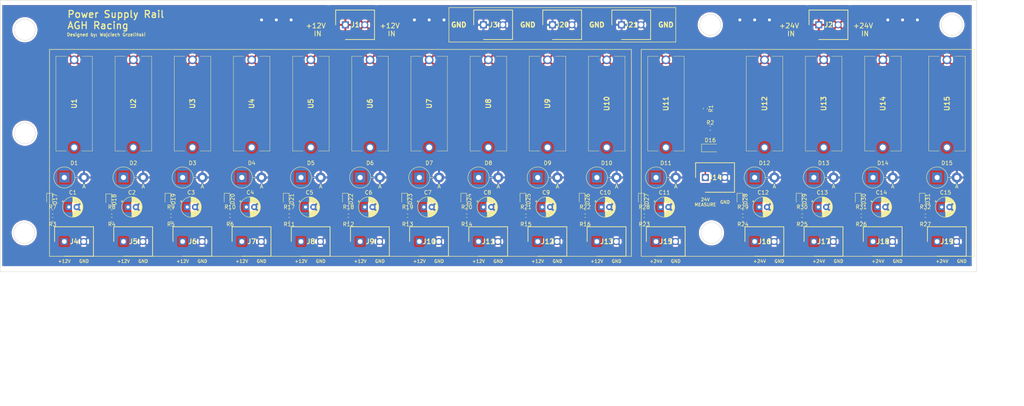
<source format=kicad_pcb>
(kicad_pcb (version 20171130) (host pcbnew "(5.1.5)-3")
  (title_block (title "Listwa zasilania 12V oraz 24V") (date 2020-02-27) (rev 1.0) (company "Wojciech Grzeliński") (comment 1 wojtekgrzela@gmail.com) (comment 2 wojciech.grzelinski@racing.agh.edu.pl))
  (layers (0 F.Cu signal) (31 B.Cu signal) (34 B.Paste user) (35 F.Paste user) (36 B.SilkS user) (37 F.SilkS user) (38 B.Mask user) (39 F.Mask user) (44 Edge.Cuts user))
  (net 0 "")
  (net 1 GND)
  (net 2 "Net-(C1-Pad1)")
  (net 3 "Net-(C2-Pad1)")
  (net 4 "Net-(C3-Pad1)")
  (net 5 "Net-(C4-Pad1)")
  (net 6 "Net-(C5-Pad1)")
  (net 7 "Net-(C6-Pad1)")
  (net 8 "Net-(C7-Pad1)")
  (net 9 "Net-(C8-Pad1)")
  (net 10 "Net-(C9-Pad1)")
  (net 11 "Net-(C10-Pad1)")
  (net 12 "Net-(C11-Pad1)")
  (net 13 "Net-(C12-Pad1)")
  (net 14 "Net-(C13-Pad1)")
  (net 15 "Net-(C14-Pad1)")
  (net 16 "Net-(C15-Pad1)")
  (net 17 "Net-(D16-Pad1)")
  (net 18 12V)
  (net 19 24V)
  (net 20 "Net-(D17-Pad2)")
  (net 21 "Net-(D18-Pad2)")
  (net 22 "Net-(D19-Pad2)")
  (net 23 "Net-(D20-Pad2)")
  (net 24 "Net-(D21-Pad2)")
  (net 25 "Net-(D22-Pad2)")
  (net 26 "Net-(D23-Pad2)")
  (net 27 "Net-(D24-Pad2)")
  (net 28 "Net-(D25-Pad2)")
  (net 29 "Net-(D26-Pad2)")
  (net 30 "Net-(D27-Pad2)")
  (net 31 "Net-(D28-Pad2)")
  (net 32 "Net-(D29-Pad2)")
  (net 33 "Net-(D30-Pad2)")
  (net 34 "Net-(D31-Pad2)")
  (module Resistor_SMD:R_0603_1608Metric (layer F.Cu) (at 257.3275 73.66 180)
    (fp_text reference R32 (at 0 1.27) (layer F.SilkS))
    (fp_text value 10k)
    (pad 2 smd roundrect (at 0.7875 0 180) (size 0.875 0.95) (layers F.Cu F.Paste F.Mask) (net 34 "Net-(D31-Pad2)"))
    (pad 1 smd roundrect (at -0.7875 0 180) (size 0.875 0.95) (layers F.Cu F.Paste F.Mask) (net 16 "Net-(C15-Pad1)"))
  )
  (module Resistor_SMD:R_0603_1608Metric (layer F.Cu) (at 240.8175 73.66 180)
    (fp_text reference R31 (at 0 1.27) (layer F.SilkS))
    (fp_text value 10k)
    (pad 2 smd roundrect (at 0.7875 0 180) (size 0.875 0.95) (layers F.Cu F.Paste F.Mask) (net 33 "Net-(D30-Pad2)"))
    (pad 1 smd roundrect (at -0.7875 0 180) (size 0.875 0.95) (layers F.Cu F.Paste F.Mask) (net 15 "Net-(C14-Pad1)"))
  )
  (module Resistor_SMD:R_0603_1608Metric (layer F.Cu) (at 225.5775 73.66 180)
    (fp_text reference R30 (at 0 1.27) (layer F.SilkS))
    (fp_text value 10k)
    (pad 2 smd roundrect (at 0.7875 0 180) (size 0.875 0.95) (layers F.Cu F.Paste F.Mask) (net 32 "Net-(D29-Pad2)"))
    (pad 1 smd roundrect (at -0.7875 0 180) (size 0.875 0.95) (layers F.Cu F.Paste F.Mask) (net 14 "Net-(C13-Pad1)"))
  )
  (module Resistor_SMD:R_0603_1608Metric (layer F.Cu) (at 210.3375 73.66 180)
    (fp_text reference R29 (at 0 1.27) (layer F.SilkS))
    (fp_text value 10k)
    (pad 2 smd roundrect (at 0.7875 0 180) (size 0.875 0.95) (layers F.Cu F.Paste F.Mask) (net 31 "Net-(D28-Pad2)"))
    (pad 1 smd roundrect (at -0.7875 0 180) (size 0.875 0.95) (layers F.Cu F.Paste F.Mask) (net 13 "Net-(C12-Pad1)"))
  )
  (module Resistor_SMD:R_0603_1608Metric (layer F.Cu) (at 184.9375 73.66 180)
    (fp_text reference R28 (at 0 1.27) (layer F.SilkS))
    (fp_text value 10k)
    (pad 2 smd roundrect (at 0.7875 0 180) (size 0.875 0.95) (layers F.Cu F.Paste F.Mask) (net 30 "Net-(D27-Pad2)"))
    (pad 1 smd roundrect (at -0.7875 0 180) (size 0.875 0.95) (layers F.Cu F.Paste F.Mask) (net 12 "Net-(C11-Pad1)"))
  )
  (module Resistor_SMD:R_0603_1608Metric (layer F.Cu) (at 257.3275 75.565)
    (fp_text reference R27 (at 0 1.27) (layer F.SilkS))
    (fp_text value 10k)
    (pad 2 smd roundrect (at 0.7875 0) (size 0.875 0.95) (layers F.Cu F.Paste F.Mask) (net 16 "Net-(C15-Pad1)"))
    (pad 1 smd roundrect (at -0.7875 0) (size 0.875 0.95) (layers F.Cu F.Paste F.Mask) (net 34 "Net-(D31-Pad2)"))
  )
  (module Resistor_SMD:R_0603_1608Metric (layer F.Cu) (at 240.8175 75.565)
    (fp_text reference R26 (at 0 1.27) (layer F.SilkS))
    (fp_text value 10k)
    (pad 2 smd roundrect (at 0.7875 0) (size 0.875 0.95) (layers F.Cu F.Paste F.Mask) (net 15 "Net-(C14-Pad1)"))
    (pad 1 smd roundrect (at -0.7875 0) (size 0.875 0.95) (layers F.Cu F.Paste F.Mask) (net 33 "Net-(D30-Pad2)"))
  )
  (module Resistor_SMD:R_0603_1608Metric (layer F.Cu) (at 225.5775 75.565)
    (fp_text reference R25 (at 0 1.27) (layer F.SilkS))
    (fp_text value 10k)
    (pad 2 smd roundrect (at 0.7875 0) (size 0.875 0.95) (layers F.Cu F.Paste F.Mask) (net 14 "Net-(C13-Pad1)"))
    (pad 1 smd roundrect (at -0.7875 0) (size 0.875 0.95) (layers F.Cu F.Paste F.Mask) (net 32 "Net-(D29-Pad2)"))
  )
  (module Resistor_SMD:R_0603_1608Metric (layer F.Cu) (at 210.3375 75.565)
    (fp_text reference R24 (at 0 1.27) (layer F.SilkS))
    (fp_text value 10k)
    (pad 2 smd roundrect (at 0.7875 0) (size 0.875 0.95) (layers F.Cu F.Paste F.Mask) (net 13 "Net-(C12-Pad1)"))
    (pad 1 smd roundrect (at -0.7875 0) (size 0.875 0.95) (layers F.Cu F.Paste F.Mask) (net 31 "Net-(D28-Pad2)"))
  )
  (module Resistor_SMD:R_0603_1608Metric (layer F.Cu) (at 184.9375 75.565)
    (fp_text reference R23 (at 0 1.27) (layer F.SilkS))
    (fp_text value 10k)
    (pad 2 smd roundrect (at 0.7875 0) (size 0.875 0.95) (layers F.Cu F.Paste F.Mask) (net 12 "Net-(C11-Pad1)"))
    (pad 1 smd roundrect (at -0.7875 0) (size 0.875 0.95) (layers F.Cu F.Paste F.Mask) (net 30 "Net-(D27-Pad2)"))
  )
  (module Resistor_SMD:R_0603_1608Metric (layer F.Cu) (at 169.6975 73.66 180)
    (fp_text reference R22 (at 0 1.27) (layer F.SilkS))
    (fp_text value 4,7k)
    (pad 2 smd roundrect (at 0.7875 0 180) (size 0.875 0.95) (layers F.Cu F.Paste F.Mask) (net 29 "Net-(D26-Pad2)"))
    (pad 1 smd roundrect (at -0.7875 0 180) (size 0.875 0.95) (layers F.Cu F.Paste F.Mask) (net 11 "Net-(C10-Pad1)"))
  )
  (module Resistor_SMD:R_0603_1608Metric (layer F.Cu) (at 154.4575 73.66 180)
    (fp_text reference R21 (at 0 1.27) (layer F.SilkS))
    (fp_text value 4,7k)
    (pad 2 smd roundrect (at 0.7875 0 180) (size 0.875 0.95) (layers F.Cu F.Paste F.Mask) (net 28 "Net-(D25-Pad2)"))
    (pad 1 smd roundrect (at -0.7875 0 180) (size 0.875 0.95) (layers F.Cu F.Paste F.Mask) (net 10 "Net-(C9-Pad1)"))
  )
  (module Resistor_SMD:R_0603_1608Metric (layer F.Cu) (at 139.2175 73.66 180)
    (fp_text reference R20 (at 0 1.27) (layer F.SilkS))
    (fp_text value 4,7k)
    (pad 2 smd roundrect (at 0.7875 0 180) (size 0.875 0.95) (layers F.Cu F.Paste F.Mask) (net 27 "Net-(D24-Pad2)"))
    (pad 1 smd roundrect (at -0.7875 0 180) (size 0.875 0.95) (layers F.Cu F.Paste F.Mask) (net 9 "Net-(C8-Pad1)"))
  )
  (module Resistor_SMD:R_0603_1608Metric (layer F.Cu) (at 123.9775 73.66 180)
    (fp_text reference R19 (at 0 1.27) (layer F.SilkS))
    (fp_text value 4,7k)
    (pad 2 smd roundrect (at 0.7875 0 180) (size 0.875 0.95) (layers F.Cu F.Paste F.Mask) (net 26 "Net-(D23-Pad2)"))
    (pad 1 smd roundrect (at -0.7875 0 180) (size 0.875 0.95) (layers F.Cu F.Paste F.Mask) (net 8 "Net-(C7-Pad1)"))
  )
  (module Resistor_SMD:R_0603_1608Metric (layer F.Cu) (at 108.7375 73.66 180)
    (fp_text reference R18 (at 0 1.27) (layer F.SilkS))
    (fp_text value 4,7k)
    (pad 2 smd roundrect (at 0.7875 0 180) (size 0.875 0.95) (layers F.Cu F.Paste F.Mask) (net 25 "Net-(D22-Pad2)"))
    (pad 1 smd roundrect (at -0.7875 0 180) (size 0.875 0.95) (layers F.Cu F.Paste F.Mask) (net 7 "Net-(C6-Pad1)"))
  )
  (module Resistor_SMD:R_0603_1608Metric (layer F.Cu) (at 93.4975 73.66 180)
    (fp_text reference R17 (at 0 1.27) (layer F.SilkS))
    (fp_text value 4,7k)
    (pad 2 smd roundrect (at 0.7875 0 180) (size 0.875 0.95) (layers F.Cu F.Paste F.Mask) (net 24 "Net-(D21-Pad2)"))
    (pad 1 smd roundrect (at -0.7875 0 180) (size 0.875 0.95) (layers F.Cu F.Paste F.Mask) (net 6 "Net-(C5-Pad1)"))
  )
  (module Resistor_SMD:R_0603_1608Metric (layer F.Cu) (at 169.6975 75.565)
    (fp_text reference R16 (at 0 1.27) (layer F.SilkS))
    (fp_text value 4,7k)
    (pad 2 smd roundrect (at 0.7875 0) (size 0.875 0.95) (layers F.Cu F.Paste F.Mask) (net 11 "Net-(C10-Pad1)"))
    (pad 1 smd roundrect (at -0.7875 0) (size 0.875 0.95) (layers F.Cu F.Paste F.Mask) (net 29 "Net-(D26-Pad2)"))
  )
  (module Resistor_SMD:R_0603_1608Metric (layer F.Cu) (at 154.4575 75.565)
    (fp_text reference R15 (at 0 1.27) (layer F.SilkS))
    (fp_text value 4,7k)
    (pad 2 smd roundrect (at 0.7875 0) (size 0.875 0.95) (layers F.Cu F.Paste F.Mask) (net 10 "Net-(C9-Pad1)"))
    (pad 1 smd roundrect (at -0.7875 0) (size 0.875 0.95) (layers F.Cu F.Paste F.Mask) (net 28 "Net-(D25-Pad2)"))
  )
  (module Resistor_SMD:R_0603_1608Metric (layer F.Cu) (at 139.2175 75.565)
    (fp_text reference R14 (at 0 1.27) (layer F.SilkS))
    (fp_text value 4,7k)
    (pad 2 smd roundrect (at 0.7875 0) (size 0.875 0.95) (layers F.Cu F.Paste F.Mask) (net 9 "Net-(C8-Pad1)"))
    (pad 1 smd roundrect (at -0.7875 0) (size 0.875 0.95) (layers F.Cu F.Paste F.Mask) (net 27 "Net-(D24-Pad2)"))
  )
  (module Resistor_SMD:R_0603_1608Metric (layer F.Cu) (at 123.9775 75.565)
    (fp_text reference R13 (at 0 1.27) (layer F.SilkS))
    (fp_text value 4,7k)
    (pad 2 smd roundrect (at 0.7875 0) (size 0.875 0.95) (layers F.Cu F.Paste F.Mask) (net 8 "Net-(C7-Pad1)"))
    (pad 1 smd roundrect (at -0.7875 0) (size 0.875 0.95) (layers F.Cu F.Paste F.Mask) (net 26 "Net-(D23-Pad2)"))
  )
  (module Resistor_SMD:R_0603_1608Metric (layer F.Cu) (at 108.7375 75.565)
    (fp_text reference R12 (at 0 1.27) (layer F.SilkS))
    (fp_text value 4,7k)
    (pad 2 smd roundrect (at 0.7875 0) (size 0.875 0.95) (layers F.Cu F.Paste F.Mask) (net 7 "Net-(C6-Pad1)"))
    (pad 1 smd roundrect (at -0.7875 0) (size 0.875 0.95) (layers F.Cu F.Paste F.Mask) (net 25 "Net-(D22-Pad2)"))
  )
  (module Resistor_SMD:R_0603_1608Metric (layer F.Cu) (at 93.4975 75.565)
    (fp_text reference R11 (at 0 1.27) (layer F.SilkS))
    (fp_text value 4,7k)
    (pad 2 smd roundrect (at 0.7875 0) (size 0.875 0.95) (layers F.Cu F.Paste F.Mask) (net 6 "Net-(C5-Pad1)"))
    (pad 1 smd roundrect (at -0.7875 0) (size 0.875 0.95) (layers F.Cu F.Paste F.Mask) (net 24 "Net-(D21-Pad2)"))
  )
  (module Resistor_SMD:R_0603_1608Metric (layer F.Cu) (at 78.2575 73.66 180)
    (fp_text reference R10 (at 0 1.27) (layer F.SilkS))
    (fp_text value 4,7k)
    (pad 2 smd roundrect (at 0.7875 0 180) (size 0.875 0.95) (layers F.Cu F.Paste F.Mask) (net 23 "Net-(D20-Pad2)"))
    (pad 1 smd roundrect (at -0.7875 0 180) (size 0.875 0.95) (layers F.Cu F.Paste F.Mask) (net 5 "Net-(C4-Pad1)"))
  )
  (module Resistor_SMD:R_0603_1608Metric (layer F.Cu) (at 63.0175 73.66 180)
    (fp_text reference R9 (at 0 1.27) (layer F.SilkS))
    (fp_text value 4,7k)
    (pad 2 smd roundrect (at 0.7875 0 180) (size 0.875 0.95) (layers F.Cu F.Paste F.Mask) (net 22 "Net-(D19-Pad2)"))
    (pad 1 smd roundrect (at -0.7875 0 180) (size 0.875 0.95) (layers F.Cu F.Paste F.Mask) (net 4 "Net-(C3-Pad1)"))
  )
  (module Resistor_SMD:R_0603_1608Metric (layer F.Cu) (at 47.7775 73.66 180)
    (fp_text reference R8 (at 0 1.27) (layer F.SilkS))
    (fp_text value 4,7k)
    (pad 2 smd roundrect (at 0.7875 0 180) (size 0.875 0.95) (layers F.Cu F.Paste F.Mask) (net 21 "Net-(D18-Pad2)"))
    (pad 1 smd roundrect (at -0.7875 0 180) (size 0.875 0.95) (layers F.Cu F.Paste F.Mask) (net 3 "Net-(C2-Pad1)"))
  )
  (module Resistor_SMD:R_0603_1608Metric (layer F.Cu) (at 32.5375 73.66 180)
    (fp_text reference R7 (at 0 1.27) (layer F.SilkS))
    (fp_text value 4,7k)
    (pad 2 smd roundrect (at 0.7875 0 180) (size 0.875 0.95) (layers F.Cu F.Paste F.Mask) (net 20 "Net-(D17-Pad2)"))
    (pad 1 smd roundrect (at -0.7875 0 180) (size 0.875 0.95) (layers F.Cu F.Paste F.Mask) (net 2 "Net-(C1-Pad1)"))
  )
  (module Resistor_SMD:R_0603_1608Metric (layer F.Cu) (at 78.2575 75.565)
    (fp_text reference R6 (at 0 1.27) (layer F.SilkS))
    (fp_text value 4,7k)
    (pad 2 smd roundrect (at 0.7875 0) (size 0.875 0.95) (layers F.Cu F.Paste F.Mask) (net 5 "Net-(C4-Pad1)"))
    (pad 1 smd roundrect (at -0.7875 0) (size 0.875 0.95) (layers F.Cu F.Paste F.Mask) (net 23 "Net-(D20-Pad2)"))
  )
  (module Resistor_SMD:R_0603_1608Metric (layer F.Cu) (at 63.0175 75.565)
    (fp_text reference R5 (at 0 1.27) (layer F.SilkS))
    (fp_text value 4,7k)
    (pad 2 smd roundrect (at 0.7875 0) (size 0.875 0.95) (layers F.Cu F.Paste F.Mask) (net 4 "Net-(C3-Pad1)"))
    (pad 1 smd roundrect (at -0.7875 0) (size 0.875 0.95) (layers F.Cu F.Paste F.Mask) (net 22 "Net-(D19-Pad2)"))
  )
  (module Resistor_SMD:R_0603_1608Metric (layer F.Cu) (at 47.7775 75.565)
    (fp_text reference R4 (at 0 1.27) (layer F.SilkS))
    (fp_text value 4,7k)
    (pad 2 smd roundrect (at 0.7875 0) (size 0.875 0.95) (layers F.Cu F.Paste F.Mask) (net 3 "Net-(C2-Pad1)"))
    (pad 1 smd roundrect (at -0.7875 0) (size 0.875 0.95) (layers F.Cu F.Paste F.Mask) (net 21 "Net-(D18-Pad2)"))
  )
  (module Resistor_SMD:R_0603_1608Metric (layer F.Cu) (at 32.5375 75.565)
    (fp_text reference R3 (at 0 1.27) (layer F.SilkS))
    (fp_text value 4,7k)
    (pad 2 smd roundrect (at 0.7875 0) (size 0.875 0.95) (layers F.Cu F.Paste F.Mask) (net 2 "Net-(C1-Pad1)"))
    (pad 1 smd roundrect (at -0.7875 0) (size 0.875 0.95) (layers F.Cu F.Paste F.Mask) (net 20 "Net-(D17-Pad2)"))
  )
  (module Diode_SMD:D_0603_1608Metric (layer F.Cu) (at 256.54 70.3325 270)
    (fp_text reference D31 (at 0 -1.43 90) (layer F.SilkS))
    (fp_text value LED)
    (pad 2 smd roundrect (at 0.7875 0 270) (size 0.875 0.95) (layers F.Cu F.Paste F.Mask) (net 34 "Net-(D31-Pad2)"))
    (pad 1 smd roundrect (at -0.7875 0 270) (size 0.875 0.95) (layers F.Cu F.Paste F.Mask) (net 1 GND))
  )
  (module Diode_SMD:D_0603_1608Metric (layer F.Cu) (at 240.03 70.3325 270)
    (fp_text reference D30 (at 0 -1.43 90) (layer F.SilkS))
    (fp_text value LED)
    (pad 2 smd roundrect (at 0.7875 0 270) (size 0.875 0.95) (layers F.Cu F.Paste F.Mask) (net 33 "Net-(D30-Pad2)"))
    (pad 1 smd roundrect (at -0.7875 0 270) (size 0.875 0.95) (layers F.Cu F.Paste F.Mask) (net 1 GND))
  )
  (module Diode_SMD:D_0603_1608Metric (layer F.Cu) (at 224.79 70.3325 270)
    (fp_text reference D29 (at 0 -1.43 90) (layer F.SilkS))
    (fp_text value LED)
    (pad 2 smd roundrect (at 0.7875 0 270) (size 0.875 0.95) (layers F.Cu F.Paste F.Mask) (net 32 "Net-(D29-Pad2)"))
    (pad 1 smd roundrect (at -0.7875 0 270) (size 0.875 0.95) (layers F.Cu F.Paste F.Mask) (net 1 GND))
  )
  (module Diode_SMD:D_0603_1608Metric (layer F.Cu) (at 209.55 70.3325 270)
    (fp_text reference D28 (at 0 -1.43 90) (layer F.SilkS))
    (fp_text value LED)
    (pad 2 smd roundrect (at 0.7875 0 270) (size 0.875 0.95) (layers F.Cu F.Paste F.Mask) (net 31 "Net-(D28-Pad2)"))
    (pad 1 smd roundrect (at -0.7875 0 270) (size 0.875 0.95) (layers F.Cu F.Paste F.Mask) (net 1 GND))
  )
  (module Diode_SMD:D_0603_1608Metric (layer F.Cu) (at 184.15 70.3325 270)
    (fp_text reference D27 (at 0 -1.43 90) (layer F.SilkS))
    (fp_text value LED)
    (pad 2 smd roundrect (at 0.7875 0 270) (size 0.875 0.95) (layers F.Cu F.Paste F.Mask) (net 30 "Net-(D27-Pad2)"))
    (pad 1 smd roundrect (at -0.7875 0 270) (size 0.875 0.95) (layers F.Cu F.Paste F.Mask) (net 1 GND))
  )
  (module Diode_SMD:D_0603_1608Metric (layer F.Cu) (at 168.91 70.3325 270)
    (fp_text reference D26 (at 0 -1.43 90) (layer F.SilkS))
    (fp_text value LED)
    (pad 2 smd roundrect (at 0.7875 0 270) (size 0.875 0.95) (layers F.Cu F.Paste F.Mask) (net 29 "Net-(D26-Pad2)"))
    (pad 1 smd roundrect (at -0.7875 0 270) (size 0.875 0.95) (layers F.Cu F.Paste F.Mask) (net 1 GND))
  )
  (module Diode_SMD:D_0603_1608Metric (layer F.Cu) (at 153.67 70.3325 270)
    (fp_text reference D25 (at 0 -1.43 90) (layer F.SilkS))
    (fp_text value LED)
    (pad 2 smd roundrect (at 0.7875 0 270) (size 0.875 0.95) (layers F.Cu F.Paste F.Mask) (net 28 "Net-(D25-Pad2)"))
    (pad 1 smd roundrect (at -0.7875 0 270) (size 0.875 0.95) (layers F.Cu F.Paste F.Mask) (net 1 GND))
  )
  (module Diode_SMD:D_0603_1608Metric (layer F.Cu) (at 138.43 70.3325 270)
    (fp_text reference D24 (at 0 -1.43 90) (layer F.SilkS))
    (fp_text value LED)
    (pad 2 smd roundrect (at 0.7875 0 270) (size 0.875 0.95) (layers F.Cu F.Paste F.Mask) (net 27 "Net-(D24-Pad2)"))
    (pad 1 smd roundrect (at -0.7875 0 270) (size 0.875 0.95) (layers F.Cu F.Paste F.Mask) (net 1 GND))
  )
  (module Diode_SMD:D_0603_1608Metric (layer F.Cu) (at 123.19 70.3325 270)
    (fp_text reference D23 (at 0 -1.43 90) (layer F.SilkS))
    (fp_text value LED)
    (pad 2 smd roundrect (at 0.7875 0 270) (size 0.875 0.95) (layers F.Cu F.Paste F.Mask) (net 26 "Net-(D23-Pad2)"))
    (pad 1 smd roundrect (at -0.7875 0 270) (size 0.875 0.95) (layers F.Cu F.Paste F.Mask) (net 1 GND))
  )
  (module Diode_SMD:D_0603_1608Metric (layer F.Cu) (at 107.95 70.3325 270)
    (fp_text reference D22 (at 0 -1.43 90) (layer F.SilkS))
    (fp_text value LED)
    (pad 2 smd roundrect (at 0.7875 0 270) (size 0.875 0.95) (layers F.Cu F.Paste F.Mask) (net 25 "Net-(D22-Pad2)"))
    (pad 1 smd roundrect (at -0.7875 0 270) (size 0.875 0.95) (layers F.Cu F.Paste F.Mask) (net 1 GND))
  )
  (module Diode_SMD:D_0603_1608Metric (layer F.Cu) (at 92.71 70.3325 270)
    (fp_text reference D21 (at 0 -1.43 90) (layer F.SilkS))
    (fp_text value LED)
    (pad 2 smd roundrect (at 0.7875 0 270) (size 0.875 0.95) (layers F.Cu F.Paste F.Mask) (net 24 "Net-(D21-Pad2)"))
    (pad 1 smd roundrect (at -0.7875 0 270) (size 0.875 0.95) (layers F.Cu F.Paste F.Mask) (net 1 GND))
  )
  (module Diode_SMD:D_0603_1608Metric (layer F.Cu) (at 77.47 70.3325 270)
    (fp_text reference D20 (at 0 -1.43 90) (layer F.SilkS))
    (fp_text value LED)
    (pad 2 smd roundrect (at 0.7875 0 270) (size 0.875 0.95) (layers F.Cu F.Paste F.Mask) (net 23 "Net-(D20-Pad2)"))
    (pad 1 smd roundrect (at -0.7875 0 270) (size 0.875 0.95) (layers F.Cu F.Paste F.Mask) (net 1 GND))
  )
  (module Diode_SMD:D_0603_1608Metric (layer F.Cu) (at 62.23 70.3325 270)
    (fp_text reference D19 (at 0 -1.43 90) (layer F.SilkS))
    (fp_text value LED)
    (pad 2 smd roundrect (at 0.7875 0 270) (size 0.875 0.95) (layers F.Cu F.Paste F.Mask) (net 22 "Net-(D19-Pad2)"))
    (pad 1 smd roundrect (at -0.7875 0 270) (size 0.875 0.95) (layers F.Cu F.Paste F.Mask) (net 1 GND))
  )
  (module Diode_SMD:D_0603_1608Metric (layer F.Cu) (at 46.99 70.485 270)
    (fp_text reference D18 (at 0 -1.43 90) (layer F.SilkS))
    (fp_text value LED)
    (pad 2 smd roundrect (at 0.7875 0 270) (size 0.875 0.95) (layers F.Cu F.Paste F.Mask) (net 21 "Net-(D18-Pad2)"))
    (pad 1 smd roundrect (at -0.7875 0 270) (size 0.875 0.95) (layers F.Cu F.Paste F.Mask) (net 1 GND))
  )
  (module Diode_SMD:D_0603_1608Metric (layer F.Cu) (at 31.75 70.3325 270)
    (fp_text reference D17 (at 0 -1.43 90) (layer F.SilkS))
    (fp_text value LED)
    (pad 2 smd roundrect (at 0.7875 0 270) (size 0.875 0.95) (layers F.Cu F.Paste F.Mask) (net 20 "Net-(D17-Pad2)"))
    (pad 1 smd roundrect (at -0.7875 0 270) (size 0.875 0.95) (layers F.Cu F.Paste F.Mask) (net 1 GND))
  )
  (module SamacSys_Parts:SHDR2W99P0X500_1X2_1000X760X1000P (layer F.Cu) (at 179.07 25.4)
    (fp_text reference J21 (at 2.54 0) (layer F.SilkS) (effects (font (size 1.27 1.27) (thickness 0.254))))
    (fp_text value ARK-2 hide)
    (pad 2 thru_hole circle (at 5 0) (size 1.8 1.8) (drill 1.2) (layers *.Cu *.Mask) (net 1 GND))
    (pad 1 thru_hole rect (at 0 0) (size 1.8 1.8) (drill 1.2) (layers *.Cu *.Mask) (net 1 GND))
  )
  (module SamacSys_Parts:SHDR2W99P0X500_1X2_1000X760X1000P (layer F.Cu) (at 161.29 25.4)
    (fp_text reference J20 (at 2.54 0) (layer F.SilkS) (effects (font (size 1.27 1.27) (thickness 0.254))))
    (fp_text value ARK-2 hide)
    (pad 2 thru_hole circle (at 5 0) (size 1.8 1.8) (drill 1.2) (layers *.Cu *.Mask) (net 1 GND))
    (pad 1 thru_hole rect (at 0 0) (size 1.8 1.8) (drill 1.2) (layers *.Cu *.Mask) (net 1 GND))
  )
  (module Diode_THT:D_DO-201_P5.08mm_Vertical_AnodeUp (layer F.Cu) (at 260.35 64.77)
    (fp_text reference D15 (at 2.54 -3.725) (layer F.SilkS))
    (fp_text value 30V)
    (fp_text user A (at 5.08 2.3) (layer F.SilkS))
    (pad 2 thru_hole oval (at 5.08 0) (size 2.6 2.6) (drill 1.3) (layers *.Cu *.Mask) (net 1 GND))
    (pad 1 thru_hole rect (at 0 0) (size 2.6 2.6) (drill 1.3) (layers *.Cu *.Mask) (net 16 "Net-(C15-Pad1)"))
  )
  (module Diode_THT:D_DO-201_P5.08mm_Vertical_AnodeUp (layer F.Cu) (at 243.84 64.77)
    (fp_text reference D14 (at 2.54 -3.725) (layer F.SilkS))
    (fp_text value 30V)
    (fp_text user A (at 5.08 2.3) (layer F.SilkS))
    (pad 2 thru_hole oval (at 5.08 0) (size 2.6 2.6) (drill 1.3) (layers *.Cu *.Mask) (net 1 GND))
    (pad 1 thru_hole rect (at 0 0) (size 2.6 2.6) (drill 1.3) (layers *.Cu *.Mask) (net 15 "Net-(C14-Pad1)"))
  )
  (module Diode_THT:D_DO-201_P5.08mm_Vertical_AnodeUp (layer F.Cu) (at 228.6 64.77)
    (fp_text reference D13 (at 2.54 -3.725) (layer F.SilkS))
    (fp_text value 30V)
    (fp_text user A (at 5.08 2.3) (layer F.SilkS))
    (pad 2 thru_hole oval (at 5.08 0) (size 2.6 2.6) (drill 1.3) (layers *.Cu *.Mask) (net 1 GND))
    (pad 1 thru_hole rect (at 0 0) (size 2.6 2.6) (drill 1.3) (layers *.Cu *.Mask) (net 14 "Net-(C13-Pad1)"))
  )
  (module Diode_THT:D_DO-201_P5.08mm_Vertical_AnodeUp (layer F.Cu) (at 213.36 64.77)
    (fp_text reference D12 (at 2.54 -3.725) (layer F.SilkS))
    (fp_text value 30V)
    (fp_text user A (at 5.08 2.3) (layer F.SilkS))
    (pad 2 thru_hole oval (at 5.08 0) (size 2.6 2.6) (drill 1.3) (layers *.Cu *.Mask) (net 1 GND))
    (pad 1 thru_hole rect (at 0 0) (size 2.6 2.6) (drill 1.3) (layers *.Cu *.Mask) (net 13 "Net-(C12-Pad1)"))
  )
  (module Diode_THT:D_DO-201_P5.08mm_Vertical_AnodeUp (layer F.Cu) (at 187.96 64.77)
    (fp_text reference D11 (at 2.54 -3.725) (layer F.SilkS))
    (fp_text value 30V)
    (fp_text user A (at 5.08 2.3) (layer F.SilkS))
    (pad 2 thru_hole oval (at 5.08 0) (size 2.6 2.6) (drill 1.3) (layers *.Cu *.Mask) (net 1 GND))
    (pad 1 thru_hole rect (at 0 0) (size 2.6 2.6) (drill 1.3) (layers *.Cu *.Mask) (net 12 "Net-(C11-Pad1)"))
  )
  (module Diode_THT:D_DO-201_P5.08mm_Vertical_AnodeUp (layer F.Cu) (at 172.72 64.77)
    (fp_text reference D10 (at 2.54 -3.725) (layer F.SilkS))
    (fp_text value 15V)
    (fp_text user A (at 5.08 2.3) (layer F.SilkS))
    (pad 2 thru_hole oval (at 5.08 0) (size 2.6 2.6) (drill 1.3) (layers *.Cu *.Mask) (net 1 GND))
    (pad 1 thru_hole rect (at 0 0) (size 2.6 2.6) (drill 1.3) (layers *.Cu *.Mask) (net 11 "Net-(C10-Pad1)"))
  )
  (module Diode_THT:D_DO-201_P5.08mm_Vertical_AnodeUp (layer F.Cu) (at 157.48 64.77)
    (fp_text reference D9 (at 2.54 -3.725) (layer F.SilkS))
    (fp_text value 15V)
    (fp_text user A (at 5.08 2.3) (layer F.SilkS))
    (pad 2 thru_hole oval (at 5.08 0) (size 2.6 2.6) (drill 1.3) (layers *.Cu *.Mask) (net 1 GND))
    (pad 1 thru_hole rect (at 0 0) (size 2.6 2.6) (drill 1.3) (layers *.Cu *.Mask) (net 10 "Net-(C9-Pad1)"))
  )
  (module Diode_THT:D_DO-201_P5.08mm_Vertical_AnodeUp (layer F.Cu) (at 142.24 64.77)
    (fp_text reference D8 (at 2.54 -3.725) (layer F.SilkS))
    (fp_text value 15V)
    (fp_text user A (at 5.08 2.3) (layer F.SilkS))
    (pad 2 thru_hole oval (at 5.08 0) (size 2.6 2.6) (drill 1.3) (layers *.Cu *.Mask) (net 1 GND))
    (pad 1 thru_hole rect (at 0 0) (size 2.6 2.6) (drill 1.3) (layers *.Cu *.Mask) (net 9 "Net-(C8-Pad1)"))
  )
  (module Diode_THT:D_DO-201_P5.08mm_Vertical_AnodeUp (layer F.Cu) (at 127 64.77)
    (fp_text reference D7 (at 2.54 -3.725) (layer F.SilkS))
    (fp_text value 15V)
    (fp_text user A (at 5.08 2.3) (layer F.SilkS))
    (pad 2 thru_hole oval (at 5.08 0) (size 2.6 2.6) (drill 1.3) (layers *.Cu *.Mask) (net 1 GND))
    (pad 1 thru_hole rect (at 0 0) (size 2.6 2.6) (drill 1.3) (layers *.Cu *.Mask) (net 8 "Net-(C7-Pad1)"))
  )
  (module Diode_THT:D_DO-201_P5.08mm_Vertical_AnodeUp (layer F.Cu) (at 111.76 64.77)
    (fp_text reference D6 (at 2.54 -3.725) (layer F.SilkS))
    (fp_text value 15V)
    (fp_text user A (at 5.08 2.3) (layer F.SilkS))
    (pad 2 thru_hole oval (at 5.08 0) (size 2.6 2.6) (drill 1.3) (layers *.Cu *.Mask) (net 1 GND))
    (pad 1 thru_hole rect (at 0 0) (size 2.6 2.6) (drill 1.3) (layers *.Cu *.Mask) (net 7 "Net-(C6-Pad1)"))
  )
  (module Diode_THT:D_DO-201_P5.08mm_Vertical_AnodeUp (layer F.Cu) (at 96.52 64.77)
    (fp_text reference D5 (at 2.54 -3.725) (layer F.SilkS))
    (fp_text value 15V)
    (fp_text user A (at 5.08 2.3) (layer F.SilkS))
    (pad 2 thru_hole oval (at 5.08 0) (size 2.6 2.6) (drill 1.3) (layers *.Cu *.Mask) (net 1 GND))
    (pad 1 thru_hole rect (at 0 0) (size 2.6 2.6) (drill 1.3) (layers *.Cu *.Mask) (net 6 "Net-(C5-Pad1)"))
  )
  (module Diode_THT:D_DO-201_P5.08mm_Vertical_AnodeUp (layer F.Cu) (at 81.28 64.77)
    (fp_text reference D4 (at 2.54 -3.725) (layer F.SilkS))
    (fp_text value 15V)
    (fp_text user A (at 5.08 2.3) (layer F.SilkS))
    (pad 2 thru_hole oval (at 5.08 0) (size 2.6 2.6) (drill 1.3) (layers *.Cu *.Mask) (net 1 GND))
    (pad 1 thru_hole rect (at 0 0) (size 2.6 2.6) (drill 1.3) (layers *.Cu *.Mask) (net 5 "Net-(C4-Pad1)"))
  )
  (module Diode_THT:D_DO-201_P5.08mm_Vertical_AnodeUp (layer F.Cu) (at 66.04 64.77)
    (fp_text reference D3 (at 2.54 -3.725) (layer F.SilkS))
    (fp_text value 15V)
    (fp_text user A (at 5.08 2.3) (layer F.SilkS))
    (pad 2 thru_hole oval (at 5.08 0) (size 2.6 2.6) (drill 1.3) (layers *.Cu *.Mask) (net 1 GND))
    (pad 1 thru_hole rect (at 0 0) (size 2.6 2.6) (drill 1.3) (layers *.Cu *.Mask) (net 4 "Net-(C3-Pad1)"))
  )
  (module Diode_THT:D_DO-201_P5.08mm_Vertical_AnodeUp (layer F.Cu) (at 50.8 64.77)
    (fp_text reference D2 (at 2.54 -3.725) (layer F.SilkS))
    (fp_text value 15V)
    (fp_text user A (at 5.08 2.3) (layer F.SilkS))
    (pad 2 thru_hole oval (at 5.08 0) (size 2.6 2.6) (drill 1.3) (layers *.Cu *.Mask) (net 1 GND))
    (pad 1 thru_hole rect (at 0 0) (size 2.6 2.6) (drill 1.3) (layers *.Cu *.Mask) (net 3 "Net-(C2-Pad1)"))
  )
  (module Diode_THT:D_DO-201_P5.08mm_Vertical_AnodeUp (layer F.Cu) (at 35.56 64.77)
    (fp_text reference D1 (at 2.54 -3.725) (layer F.SilkS))
    (fp_text value 15V)
    (fp_text user A (at 5.08 2.3) (layer F.SilkS))
    (pad 2 thru_hole oval (at 5.08 0) (size 2.6 2.6) (drill 1.3) (layers *.Cu *.Mask) (net 1 GND))
    (pad 1 thru_hole rect (at 0 0) (size 2.6 2.6) (drill 1.3) (layers *.Cu *.Mask) (net 2 "Net-(C1-Pad1)"))
  )
  (module SamacSys_Parts:0PTF0078P (layer F.Cu) (at 262.89 45.72 270)
    (fp_text reference U15 (at 0 0 90) (layer F.SilkS) (effects (font (size 1.27 1.27) (thickness 0.254))))
    (fp_text value Fuse_Holder_5x20mm hide)
    (pad 2 thru_hole circle (at 11.3 0 270) (size 2.25 2.25) (drill 1.5) (layers *.Cu *.Mask) (net 16 "Net-(C15-Pad1)"))
    (pad 1 thru_hole circle (at -11.3 0 270) (size 2.25 2.25) (drill 1.5) (layers *.Cu *.Mask) (net 19 24V))
  )
  (module SamacSys_Parts:0PTF0078P (layer F.Cu) (at 246.38 45.72 270)
    (fp_text reference U14 (at 0 0 90) (layer F.SilkS) (effects (font (size 1.27 1.27) (thickness 0.254))))
    (fp_text value Fuse_Holder_5x20mm hide)
    (pad 2 thru_hole circle (at 11.3 0 270) (size 2.25 2.25) (drill 1.5) (layers *.Cu *.Mask) (net 15 "Net-(C14-Pad1)"))
    (pad 1 thru_hole circle (at -11.3 0 270) (size 2.25 2.25) (drill 1.5) (layers *.Cu *.Mask) (net 19 24V))
  )
  (module SamacSys_Parts:0PTF0078P (layer F.Cu) (at 231.14 45.72 270)
    (fp_text reference U13 (at 0 0 90) (layer F.SilkS) (effects (font (size 1.27 1.27) (thickness 0.254))))
    (fp_text value Fuse_Holder_5x20mm hide)
    (pad 2 thru_hole circle (at 11.3 0 270) (size 2.25 2.25) (drill 1.5) (layers *.Cu *.Mask) (net 14 "Net-(C13-Pad1)"))
    (pad 1 thru_hole circle (at -11.3 0 270) (size 2.25 2.25) (drill 1.5) (layers *.Cu *.Mask) (net 19 24V))
  )
  (module SamacSys_Parts:0PTF0078P (layer F.Cu) (at 215.9 45.72 270)
    (fp_text reference U12 (at 0 0 90) (layer F.SilkS) (effects (font (size 1.27 1.27) (thickness 0.254))))
    (fp_text value Fuse_Holder_5x20mm hide)
    (pad 2 thru_hole circle (at 11.3 0 270) (size 2.25 2.25) (drill 1.5) (layers *.Cu *.Mask) (net 13 "Net-(C12-Pad1)"))
    (pad 1 thru_hole circle (at -11.3 0 270) (size 2.25 2.25) (drill 1.5) (layers *.Cu *.Mask) (net 19 24V))
  )
  (module SamacSys_Parts:0PTF0078P (layer F.Cu) (at 190.5 45.72 270)
    (fp_text reference U11 (at 0 0 90) (layer F.SilkS) (effects (font (size 1.27 1.27) (thickness 0.254))))
    (fp_text value Fuse_Holder_5x20mm hide)
    (pad 2 thru_hole circle (at 11.3 0 270) (size 2.25 2.25) (drill 1.5) (layers *.Cu *.Mask) (net 12 "Net-(C11-Pad1)"))
    (pad 1 thru_hole circle (at -11.3 0 270) (size 2.25 2.25) (drill 1.5) (layers *.Cu *.Mask) (net 19 24V))
  )
  (module SamacSys_Parts:0PTF0078P (layer F.Cu) (at 175.26 45.72 270)
    (fp_text reference U10 (at 0 0 90) (layer F.SilkS) (effects (font (size 1.27 1.27) (thickness 0.254))))
    (fp_text value Fuse_Holder_5x20mm hide)
    (pad 2 thru_hole circle (at 11.3 0 270) (size 2.25 2.25) (drill 1.5) (layers *.Cu *.Mask) (net 11 "Net-(C10-Pad1)"))
    (pad 1 thru_hole circle (at -11.3 0 270) (size 2.25 2.25) (drill 1.5) (layers *.Cu *.Mask) (net 18 12V))
  )
  (module SamacSys_Parts:0PTF0078P (layer F.Cu) (at 160.02 45.72 270)
    (fp_text reference U9 (at 0 0 90) (layer F.SilkS) (effects (font (size 1.27 1.27) (thickness 0.254))))
    (fp_text value Fuse_Holder_5x20mm hide)
    (pad 2 thru_hole circle (at 11.3 0 270) (size 2.25 2.25) (drill 1.5) (layers *.Cu *.Mask) (net 10 "Net-(C9-Pad1)"))
    (pad 1 thru_hole circle (at -11.3 0 270) (size 2.25 2.25) (drill 1.5) (layers *.Cu *.Mask) (net 18 12V))
  )
  (module SamacSys_Parts:0PTF0078P (layer F.Cu) (at 144.78 45.72 270)
    (fp_text reference U8 (at 0 0 90) (layer F.SilkS) (effects (font (size 1.27 1.27) (thickness 0.254))))
    (fp_text value Fuse_Holder_5x20mm hide)
    (pad 2 thru_hole circle (at 11.3 0 270) (size 2.25 2.25) (drill 1.5) (layers *.Cu *.Mask) (net 9 "Net-(C8-Pad1)"))
    (pad 1 thru_hole circle (at -11.3 0 270) (size 2.25 2.25) (drill 1.5) (layers *.Cu *.Mask) (net 18 12V))
  )
  (module SamacSys_Parts:0PTF0078P (layer F.Cu) (at 129.54 45.72 270)
    (fp_text reference U7 (at 0 0 90) (layer F.SilkS) (effects (font (size 1.27 1.27) (thickness 0.254))))
    (fp_text value Fuse_Holder_5x20mm hide)
    (pad 2 thru_hole circle (at 11.3 0 270) (size 2.25 2.25) (drill 1.5) (layers *.Cu *.Mask) (net 8 "Net-(C7-Pad1)"))
    (pad 1 thru_hole circle (at -11.3 0 270) (size 2.25 2.25) (drill 1.5) (layers *.Cu *.Mask) (net 18 12V))
  )
  (module SamacSys_Parts:0PTF0078P (layer F.Cu) (at 114.3 45.72 270)
    (fp_text reference U6 (at 0 0 90) (layer F.SilkS) (effects (font (size 1.27 1.27) (thickness 0.254))))
    (fp_text value Fuse_Holder_5x20mm hide)
    (pad 2 thru_hole circle (at 11.3 0 270) (size 2.25 2.25) (drill 1.5) (layers *.Cu *.Mask) (net 7 "Net-(C6-Pad1)"))
    (pad 1 thru_hole circle (at -11.3 0 270) (size 2.25 2.25) (drill 1.5) (layers *.Cu *.Mask) (net 18 12V))
  )
  (module SamacSys_Parts:0PTF0078P (layer F.Cu) (at 99.06 45.72 270)
    (fp_text reference U5 (at 0 0 90) (layer F.SilkS) (effects (font (size 1.27 1.27) (thickness 0.254))))
    (fp_text value Fuse_Holder_5x20mm hide)
    (pad 2 thru_hole circle (at 11.3 0 270) (size 2.25 2.25) (drill 1.5) (layers *.Cu *.Mask) (net 6 "Net-(C5-Pad1)"))
    (pad 1 thru_hole circle (at -11.3 0 270) (size 2.25 2.25) (drill 1.5) (layers *.Cu *.Mask) (net 18 12V))
  )
  (module SamacSys_Parts:0PTF0078P (layer F.Cu) (at 83.82 45.72 270)
    (fp_text reference U4 (at 0 0 90) (layer F.SilkS) (effects (font (size 1.27 1.27) (thickness 0.254))))
    (fp_text value Fuse_Holder_5x20mm hide)
    (pad 2 thru_hole circle (at 11.3 0 270) (size 2.25 2.25) (drill 1.5) (layers *.Cu *.Mask) (net 5 "Net-(C4-Pad1)"))
    (pad 1 thru_hole circle (at -11.3 0 270) (size 2.25 2.25) (drill 1.5) (layers *.Cu *.Mask) (net 18 12V))
  )
  (module SamacSys_Parts:0PTF0078P (layer F.Cu) (at 68.58 45.72 270)
    (fp_text reference U3 (at 0 0 90) (layer F.SilkS) (effects (font (size 1.27 1.27) (thickness 0.254))))
    (fp_text value Fuse_Holder_5x20mm hide)
    (pad 2 thru_hole circle (at 11.3 0 270) (size 2.25 2.25) (drill 1.5) (layers *.Cu *.Mask) (net 4 "Net-(C3-Pad1)"))
    (pad 1 thru_hole circle (at -11.3 0 270) (size 2.25 2.25) (drill 1.5) (layers *.Cu *.Mask) (net 18 12V))
  )
  (module SamacSys_Parts:0PTF0078P (layer F.Cu) (at 53.34 45.72 270)
    (fp_text reference U2 (at 0 0 90) (layer F.SilkS) (effects (font (size 1.27 1.27) (thickness 0.254))))
    (fp_text value Fuse_Holder_5x20mm hide)
    (pad 2 thru_hole circle (at 11.3 0 270) (size 2.25 2.25) (drill 1.5) (layers *.Cu *.Mask) (net 3 "Net-(C2-Pad1)"))
    (pad 1 thru_hole circle (at -11.3 0 270) (size 2.25 2.25) (drill 1.5) (layers *.Cu *.Mask) (net 18 12V))
  )
  (module SamacSys_Parts:0PTF0078P (layer F.Cu) (at 38.1 45.72 270)
    (fp_text reference U1 (at 0 0 90) (layer F.SilkS) (effects (font (size 1.27 1.27) (thickness 0.254))))
    (fp_text value Fuse_Holder_5x20mm hide)
    (pad 2 thru_hole circle (at 11.3 0 270) (size 2.25 2.25) (drill 1.5) (layers *.Cu *.Mask) (net 2 "Net-(C1-Pad1)"))
    (pad 1 thru_hole circle (at -11.3 0 270) (size 2.25 2.25) (drill 1.5) (layers *.Cu *.Mask) (net 18 12V))
  )
  (module SamacSys_Parts:SHDR2W99P0X500_1X2_1000X760X1000P (layer F.Cu) (at 260.35 81.28)
    (fp_text reference J19 (at 2.54 0) (layer F.SilkS) (effects (font (size 1.27 1.27) (thickness 0.254))))
    (fp_text value ARK-2 hide)
    (pad 2 thru_hole circle (at 5 0) (size 1.8 1.8) (drill 1.2) (layers *.Cu *.Mask) (net 1 GND))
    (pad 1 thru_hole rect (at 0 0) (size 1.8 1.8) (drill 1.2) (layers *.Cu *.Mask) (net 16 "Net-(C15-Pad1)"))
  )
  (module SamacSys_Parts:SHDR2W99P0X500_1X2_1000X760X1000P (layer F.Cu) (at 243.84 81.28)
    (fp_text reference J18 (at 2.54 0) (layer F.SilkS) (effects (font (size 1.27 1.27) (thickness 0.254))))
    (fp_text value ARK-2 hide)
    (pad 2 thru_hole circle (at 5 0) (size 1.8 1.8) (drill 1.2) (layers *.Cu *.Mask) (net 1 GND))
    (pad 1 thru_hole rect (at 0 0) (size 1.8 1.8) (drill 1.2) (layers *.Cu *.Mask) (net 15 "Net-(C14-Pad1)"))
  )
  (module SamacSys_Parts:SHDR2W99P0X500_1X2_1000X760X1000P (layer F.Cu) (at 228.6 81.28)
    (fp_text reference J17 (at 2.54 0) (layer F.SilkS) (effects (font (size 1.27 1.27) (thickness 0.254))))
    (fp_text value ARK-2 hide)
    (pad 2 thru_hole circle (at 5 0) (size 1.8 1.8) (drill 1.2) (layers *.Cu *.Mask) (net 1 GND))
    (pad 1 thru_hole rect (at 0 0) (size 1.8 1.8) (drill 1.2) (layers *.Cu *.Mask) (net 14 "Net-(C13-Pad1)"))
  )
  (module SamacSys_Parts:SHDR2W99P0X500_1X2_1000X760X1000P (layer F.Cu) (at 213.36 81.28)
    (fp_text reference J16 (at 2.54 0) (layer F.SilkS) (effects (font (size 1.27 1.27) (thickness 0.254))))
    (fp_text value ARK-2 hide)
    (pad 2 thru_hole circle (at 5 0) (size 1.8 1.8) (drill 1.2) (layers *.Cu *.Mask) (net 1 GND))
    (pad 1 thru_hole rect (at 0 0) (size 1.8 1.8) (drill 1.2) (layers *.Cu *.Mask) (net 13 "Net-(C12-Pad1)"))
  )
  (module SamacSys_Parts:SHDR2W99P0X500_1X2_1000X760X1000P (layer F.Cu) (at 187.96 81.28)
    (fp_text reference J15 (at 2.54 0) (layer F.SilkS) (effects (font (size 1.27 1.27) (thickness 0.254))))
    (fp_text value ARK-2 hide)
    (pad 2 thru_hole circle (at 5 0) (size 1.8 1.8) (drill 1.2) (layers *.Cu *.Mask) (net 1 GND))
    (pad 1 thru_hole rect (at 0 0) (size 1.8 1.8) (drill 1.2) (layers *.Cu *.Mask) (net 12 "Net-(C11-Pad1)"))
  )
  (module SamacSys_Parts:SHDR2W99P0X500_1X2_1000X760X1000P (layer F.Cu) (at 200.66 64.77)
    (fp_text reference J14 (at 2.54 0) (layer F.SilkS) (effects (font (size 1.27 1.27) (thickness 0.254))))
    (fp_text value ARK-2 hide)
    (pad 2 thru_hole circle (at 5 0) (size 1.8 1.8) (drill 1.2) (layers *.Cu *.Mask) (net 1 GND))
    (pad 1 thru_hole rect (at 0 0) (size 1.8 1.8) (drill 1.2) (layers *.Cu *.Mask) (net 17 "Net-(D16-Pad1)"))
  )
  (module SamacSys_Parts:SHDR2W99P0X500_1X2_1000X760X1000P (layer F.Cu) (at 172.72 81.28)
    (fp_text reference J13 (at 2.54 0) (layer F.SilkS) (effects (font (size 1.27 1.27) (thickness 0.254))))
    (fp_text value ARK-2 hide)
    (pad 2 thru_hole circle (at 5 0) (size 1.8 1.8) (drill 1.2) (layers *.Cu *.Mask) (net 1 GND))
    (pad 1 thru_hole rect (at 0 0) (size 1.8 1.8) (drill 1.2) (layers *.Cu *.Mask) (net 11 "Net-(C10-Pad1)"))
  )
  (module SamacSys_Parts:SHDR2W99P0X500_1X2_1000X760X1000P (layer F.Cu) (at 157.48 81.28)
    (fp_text reference J12 (at 2.54 0) (layer F.SilkS) (effects (font (size 1.27 1.27) (thickness 0.254))))
    (fp_text value ARK-2 hide)
    (pad 2 thru_hole circle (at 5 0) (size 1.8 1.8) (drill 1.2) (layers *.Cu *.Mask) (net 1 GND))
    (pad 1 thru_hole rect (at 0 0) (size 1.8 1.8) (drill 1.2) (layers *.Cu *.Mask) (net 10 "Net-(C9-Pad1)"))
  )
  (module SamacSys_Parts:SHDR2W99P0X500_1X2_1000X760X1000P (layer F.Cu) (at 142.24 81.28)
    (fp_text reference J11 (at 2.54 0) (layer F.SilkS) (effects (font (size 1.27 1.27) (thickness 0.254))))
    (fp_text value ARK-2 hide)
    (pad 2 thru_hole circle (at 5 0) (size 1.8 1.8) (drill 1.2) (layers *.Cu *.Mask) (net 1 GND))
    (pad 1 thru_hole rect (at 0 0) (size 1.8 1.8) (drill 1.2) (layers *.Cu *.Mask) (net 9 "Net-(C8-Pad1)"))
  )
  (module SamacSys_Parts:SHDR2W99P0X500_1X2_1000X760X1000P (layer F.Cu) (at 127 81.28)
    (fp_text reference J10 (at 2.54 0) (layer F.SilkS) (effects (font (size 1.27 1.27) (thickness 0.254))))
    (fp_text value ARK-2 hide)
    (pad 2 thru_hole circle (at 5 0) (size 1.8 1.8) (drill 1.2) (layers *.Cu *.Mask) (net 1 GND))
    (pad 1 thru_hole rect (at 0 0) (size 1.8 1.8) (drill 1.2) (layers *.Cu *.Mask) (net 8 "Net-(C7-Pad1)"))
  )
  (module SamacSys_Parts:SHDR2W99P0X500_1X2_1000X760X1000P (layer F.Cu) (at 111.76 81.28)
    (fp_text reference J9 (at 2.54 0) (layer F.SilkS) (effects (font (size 1.27 1.27) (thickness 0.254))))
    (fp_text value ARK-2 hide)
    (pad 2 thru_hole circle (at 5 0) (size 1.8 1.8) (drill 1.2) (layers *.Cu *.Mask) (net 1 GND))
    (pad 1 thru_hole rect (at 0 0) (size 1.8 1.8) (drill 1.2) (layers *.Cu *.Mask) (net 7 "Net-(C6-Pad1)"))
  )
  (module SamacSys_Parts:SHDR2W99P0X500_1X2_1000X760X1000P (layer F.Cu) (at 96.52 81.28)
    (fp_text reference J8 (at 2.54 0) (layer F.SilkS) (effects (font (size 1.27 1.27) (thickness 0.254))))
    (fp_text value ARK-2 hide)
    (pad 2 thru_hole circle (at 5 0) (size 1.8 1.8) (drill 1.2) (layers *.Cu *.Mask) (net 1 GND))
    (pad 1 thru_hole rect (at 0 0) (size 1.8 1.8) (drill 1.2) (layers *.Cu *.Mask) (net 6 "Net-(C5-Pad1)"))
  )
  (module SamacSys_Parts:SHDR2W99P0X500_1X2_1000X760X1000P (layer F.Cu) (at 81.28 81.28)
    (fp_text reference J7 (at 2.54 0) (layer F.SilkS) (effects (font (size 1.27 1.27) (thickness 0.254))))
    (fp_text value ARK-2 hide)
    (pad 2 thru_hole circle (at 5 0) (size 1.8 1.8) (drill 1.2) (layers *.Cu *.Mask) (net 1 GND))
    (pad 1 thru_hole rect (at 0 0) (size 1.8 1.8) (drill 1.2) (layers *.Cu *.Mask) (net 5 "Net-(C4-Pad1)"))
  )
  (module SamacSys_Parts:SHDR2W99P0X500_1X2_1000X760X1000P (layer F.Cu) (at 66.04 81.28)
    (fp_text reference J6 (at 2.54 0) (layer F.SilkS) (effects (font (size 1.27 1.27) (thickness 0.254))))
    (fp_text value ARK-2 hide)
    (pad 2 thru_hole circle (at 5 0) (size 1.8 1.8) (drill 1.2) (layers *.Cu *.Mask) (net 1 GND))
    (pad 1 thru_hole rect (at 0 0) (size 1.8 1.8) (drill 1.2) (layers *.Cu *.Mask) (net 4 "Net-(C3-Pad1)"))
  )
  (module SamacSys_Parts:SHDR2W99P0X500_1X2_1000X760X1000P (layer F.Cu) (at 50.8 81.28)
    (fp_text reference J5 (at 2.54 0) (layer F.SilkS) (effects (font (size 1.27 1.27) (thickness 0.254))))
    (fp_text value ARK-2 hide)
    (pad 2 thru_hole circle (at 5 0) (size 1.8 1.8) (drill 1.2) (layers *.Cu *.Mask) (net 1 GND))
    (pad 1 thru_hole rect (at 0 0) (size 1.8 1.8) (drill 1.2) (layers *.Cu *.Mask) (net 3 "Net-(C2-Pad1)"))
  )
  (module SamacSys_Parts:SHDR2W99P0X500_1X2_1000X760X1000P (layer F.Cu) (at 35.56 81.28)
    (fp_text reference J4 (at 2.54 0) (layer F.SilkS) (effects (font (size 1.27 1.27) (thickness 0.254))))
    (fp_text value ARK-2 hide)
    (pad 2 thru_hole circle (at 5 0) (size 1.8 1.8) (drill 1.2) (layers *.Cu *.Mask) (net 1 GND))
    (pad 1 thru_hole rect (at 0 0) (size 1.8 1.8) (drill 1.2) (layers *.Cu *.Mask) (net 2 "Net-(C1-Pad1)"))
  )
  (module SamacSys_Parts:SHDR2W99P0X500_1X2_1000X760X1000P (layer F.Cu) (at 143.51 25.4)
    (fp_text reference J3 (at 2.54 0) (layer F.SilkS) (effects (font (size 1.27 1.27) (thickness 0.254))))
    (fp_text value ARK-2 hide)
    (pad 2 thru_hole circle (at 5 0) (size 1.8 1.8) (drill 1.2) (layers *.Cu *.Mask) (net 1 GND))
    (pad 1 thru_hole rect (at 0 0) (size 1.8 1.8) (drill 1.2) (layers *.Cu *.Mask) (net 1 GND))
  )
  (module SamacSys_Parts:SHDR2W99P0X500_1X2_1000X760X1000P (layer F.Cu) (at 229.87 25.4)
    (fp_text reference J2 (at 2.54 0) (layer F.SilkS) (effects (font (size 1.27 1.27) (thickness 0.254))))
    (fp_text value ARK-2 hide)
    (pad 2 thru_hole circle (at 5 0) (size 1.8 1.8) (drill 1.2) (layers *.Cu *.Mask) (net 19 24V))
    (pad 1 thru_hole rect (at 0 0) (size 1.8 1.8) (drill 1.2) (layers *.Cu *.Mask) (net 19 24V))
  )
  (module SamacSys_Parts:SHDR2W99P0X500_1X2_1000X760X1000P (layer F.Cu) (at 107.95 25.4)
    (fp_text reference J1 (at 2.54 0) (layer F.SilkS) (effects (font (size 1.27 1.27) (thickness 0.254))))
    (fp_text value ARK-2 hide)
    (pad 2 thru_hole circle (at 5 0) (size 1.8 1.8) (drill 1.2) (layers *.Cu *.Mask) (net 18 12V))
    (pad 1 thru_hole rect (at 0 0) (size 1.8 1.8) (drill 1.2) (layers *.Cu *.Mask) (net 18 12V))
  )
  (module Resistor_SMD:R_0603_1608Metric (layer F.Cu) (at 201.93 52.07)
    (fp_text reference R2 (at 0 -1.43) (layer F.SilkS))
    (fp_text value 1k)
    (pad 2 smd roundrect (at 0.7875 0) (size 0.875 0.95) (layers F.Cu F.Paste F.Mask) (net 1 GND))
    (pad 1 smd roundrect (at -0.7875 0) (size 0.875 0.95) (layers F.Cu F.Paste F.Mask) (net 17 "Net-(D16-Pad1)"))
  )
  (module Resistor_SMD:R_0603_1608Metric (layer F.Cu) (at 200.66 46.99 270)
    (fp_text reference R1 (at 0 -1.43 90) (layer F.SilkS))
    (fp_text value 11k)
    (pad 2 smd roundrect (at 0.7875 0 270) (size 0.875 0.95) (layers F.Cu F.Paste F.Mask) (net 17 "Net-(D16-Pad1)"))
    (pad 1 smd roundrect (at -0.7875 0 270) (size 0.875 0.95) (layers F.Cu F.Paste F.Mask) (net 19 24V))
  )
  (module Diode_SMD:D_SOD-123 (layer F.Cu) (at 201.93 57.15)
    (fp_text reference D16 (at 0 -2) (layer F.SilkS))
    (fp_text value D_Zener_3V3)
    (pad 2 smd rect (at 1.65 0) (size 0.9 1.2) (layers F.Cu F.Paste F.Mask) (net 1 GND))
    (pad 1 smd rect (at -1.65 0) (size 0.9 1.2) (layers F.Cu F.Paste F.Mask) (net 17 "Net-(D16-Pad1)"))
  )
  (module Capacitor_THT:CP_Radial_D5.0mm_P2.00mm (layer F.Cu) (at 261.525 72.39)
    (fp_text reference C15 (at 1 -3.75) (layer F.SilkS))
    (fp_text value CP)
    (pad 2 thru_hole circle (at 2 0) (size 1.6 1.6) (drill 0.8) (layers *.Cu *.Mask) (net 1 GND))
    (pad 1 thru_hole rect (at 0 0) (size 1.6 1.6) (drill 0.8) (layers *.Cu *.Mask) (net 16 "Net-(C15-Pad1)"))
  )
  (module Capacitor_THT:CP_Radial_D5.0mm_P2.00mm (layer F.Cu) (at 245.015 72.39)
    (fp_text reference C14 (at 1 -3.75) (layer F.SilkS))
    (fp_text value CP)
    (pad 2 thru_hole circle (at 2 0) (size 1.6 1.6) (drill 0.8) (layers *.Cu *.Mask) (net 1 GND))
    (pad 1 thru_hole rect (at 0 0) (size 1.6 1.6) (drill 0.8) (layers *.Cu *.Mask) (net 15 "Net-(C14-Pad1)"))
  )
  (module Capacitor_THT:CP_Radial_D5.0mm_P2.00mm (layer F.Cu) (at 229.775 72.39)
    (fp_text reference C13 (at 1 -3.75) (layer F.SilkS))
    (fp_text value CP)
    (pad 2 thru_hole circle (at 2 0) (size 1.6 1.6) (drill 0.8) (layers *.Cu *.Mask) (net 1 GND))
    (pad 1 thru_hole rect (at 0 0) (size 1.6 1.6) (drill 0.8) (layers *.Cu *.Mask) (net 14 "Net-(C13-Pad1)"))
  )
  (module Capacitor_THT:CP_Radial_D5.0mm_P2.00mm (layer F.Cu) (at 214.535 72.39)
    (fp_text reference C12 (at 1 -3.75) (layer F.SilkS))
    (fp_text value CP)
    (pad 2 thru_hole circle (at 2 0) (size 1.6 1.6) (drill 0.8) (layers *.Cu *.Mask) (net 1 GND))
    (pad 1 thru_hole rect (at 0 0) (size 1.6 1.6) (drill 0.8) (layers *.Cu *.Mask) (net 13 "Net-(C12-Pad1)"))
  )
  (module Capacitor_THT:CP_Radial_D5.0mm_P2.00mm (layer F.Cu) (at 189.135 72.39)
    (fp_text reference C11 (at 1 -3.75) (layer F.SilkS))
    (fp_text value CP)
    (pad 2 thru_hole circle (at 2 0) (size 1.6 1.6) (drill 0.8) (layers *.Cu *.Mask) (net 1 GND))
    (pad 1 thru_hole rect (at 0 0) (size 1.6 1.6) (drill 0.8) (layers *.Cu *.Mask) (net 12 "Net-(C11-Pad1)"))
  )
  (module Capacitor_THT:CP_Radial_D5.0mm_P2.00mm (layer F.Cu) (at 173.895 72.39)
    (fp_text reference C10 (at 1 -3.75) (layer F.SilkS))
    (fp_text value CP)
    (pad 2 thru_hole circle (at 2 0) (size 1.6 1.6) (drill 0.8) (layers *.Cu *.Mask) (net 1 GND))
    (pad 1 thru_hole rect (at 0 0) (size 1.6 1.6) (drill 0.8) (layers *.Cu *.Mask) (net 11 "Net-(C10-Pad1)"))
  )
  (module Capacitor_THT:CP_Radial_D5.0mm_P2.00mm (layer F.Cu) (at 158.655 72.39)
    (fp_text reference C9 (at 1 -3.75) (layer F.SilkS))
    (fp_text value CP)
    (pad 2 thru_hole circle (at 2 0) (size 1.6 1.6) (drill 0.8) (layers *.Cu *.Mask) (net 1 GND))
    (pad 1 thru_hole rect (at 0 0) (size 1.6 1.6) (drill 0.8) (layers *.Cu *.Mask) (net 10 "Net-(C9-Pad1)"))
  )
  (module Capacitor_THT:CP_Radial_D5.0mm_P2.00mm (layer F.Cu) (at 143.51 72.39)
    (fp_text reference C8 (at 1 -3.75) (layer F.SilkS))
    (fp_text value CP)
    (pad 2 thru_hole circle (at 2 0) (size 1.6 1.6) (drill 0.8) (layers *.Cu *.Mask) (net 1 GND))
    (pad 1 thru_hole rect (at 0 0) (size 1.6 1.6) (drill 0.8) (layers *.Cu *.Mask) (net 9 "Net-(C8-Pad1)"))
  )
  (module Capacitor_THT:CP_Radial_D5.0mm_P2.00mm (layer F.Cu) (at 128.175 72.39)
    (fp_text reference C7 (at 1 -3.75) (layer F.SilkS))
    (fp_text value CP)
    (pad 2 thru_hole circle (at 2 0) (size 1.6 1.6) (drill 0.8) (layers *.Cu *.Mask) (net 1 GND))
    (pad 1 thru_hole rect (at 0 0) (size 1.6 1.6) (drill 0.8) (layers *.Cu *.Mask) (net 8 "Net-(C7-Pad1)"))
  )
  (module Capacitor_THT:CP_Radial_D5.0mm_P2.00mm (layer F.Cu) (at 112.935 72.39)
    (fp_text reference C6 (at 1 -3.75) (layer F.SilkS))
    (fp_text value CP)
    (pad 2 thru_hole circle (at 2 0) (size 1.6 1.6) (drill 0.8) (layers *.Cu *.Mask) (net 1 GND))
    (pad 1 thru_hole rect (at 0 0) (size 1.6 1.6) (drill 0.8) (layers *.Cu *.Mask) (net 7 "Net-(C6-Pad1)"))
  )
  (module Capacitor_THT:CP_Radial_D5.0mm_P2.00mm (layer F.Cu) (at 97.695 72.39)
    (fp_text reference C5 (at 1 -3.75) (layer F.SilkS))
    (fp_text value CP)
    (pad 2 thru_hole circle (at 2 0) (size 1.6 1.6) (drill 0.8) (layers *.Cu *.Mask) (net 1 GND))
    (pad 1 thru_hole rect (at 0 0) (size 1.6 1.6) (drill 0.8) (layers *.Cu *.Mask) (net 6 "Net-(C5-Pad1)"))
  )
  (module Capacitor_THT:CP_Radial_D5.0mm_P2.00mm (layer F.Cu) (at 82.455 72.39)
    (fp_text reference C4 (at 1 -3.75) (layer F.SilkS))
    (fp_text value CP)
    (pad 2 thru_hole circle (at 2 0) (size 1.6 1.6) (drill 0.8) (layers *.Cu *.Mask) (net 1 GND))
    (pad 1 thru_hole rect (at 0 0) (size 1.6 1.6) (drill 0.8) (layers *.Cu *.Mask) (net 5 "Net-(C4-Pad1)"))
  )
  (module Capacitor_THT:CP_Radial_D5.0mm_P2.00mm (layer F.Cu) (at 67.215 72.39)
    (fp_text reference C3 (at 1 -3.75) (layer F.SilkS))
    (fp_text value CP)
    (pad 2 thru_hole circle (at 2 0) (size 1.6 1.6) (drill 0.8) (layers *.Cu *.Mask) (net 1 GND))
    (pad 1 thru_hole rect (at 0 0) (size 1.6 1.6) (drill 0.8) (layers *.Cu *.Mask) (net 4 "Net-(C3-Pad1)"))
  )
  (module Capacitor_THT:CP_Radial_D5.0mm_P2.00mm (layer F.Cu) (at 51.975 72.39)
    (fp_text reference C2 (at 1 -3.75) (layer F.SilkS))
    (fp_text value CP)
    (pad 2 thru_hole circle (at 2 0) (size 1.6 1.6) (drill 0.8) (layers *.Cu *.Mask) (net 1 GND))
    (pad 1 thru_hole rect (at 0 0) (size 1.6 1.6) (drill 0.8) (layers *.Cu *.Mask) (net 3 "Net-(C2-Pad1)"))
  )
  (module Capacitor_THT:CP_Radial_D5.0mm_P2.00mm (layer F.Cu) (at 36.735 72.39)
    (fp_text reference C1 (at 1 -3.75) (layer F.SilkS))
    (fp_text value CP)
    (pad 2 thru_hole circle (at 2 0) (size 1.6 1.6) (drill 0.8) (layers *.Cu *.Mask) (net 1 GND))
    (pad 1 thru_hole rect (at 0 0) (size 1.6 1.6) (drill 0.8) (layers *.Cu *.Mask) (net 2 "Net-(C1-Pad1)"))
  )
  (gr_text "Designed by: Wojciech Grzeliński" (at 46.355 27.94) (layer F.SilkS) (effects (font (size 0.8128 0.8128) (thickness 0.1524))))
  (gr_text "Power Supply Rail\nAGH Racing" (at 36.195 24.13) (layer F.SilkS) (effects (font (size 1.8 1.8) (thickness 0.3)) (justify left)))
  (gr_line (start 193.04 29.845) (end 193.04 20.955) (layer F.SilkS) (width 0.1524))
  (gr_line (start 134.62 29.845) (end 193.04 29.845) (layer F.SilkS) (width 0.1524))
  (gr_line (start 134.62 20.955) (end 134.62 29.845) (layer F.SilkS) (width 0.1524))
  (gr_line (start 193.04 20.955) (end 134.62 20.955) (layer F.SilkS) (width 0.1524))
  (gr_text GND (at 190.5 25.4) (layer F.SilkS) (effects (font (size 1.27 1.27) (thickness 0.3048))))
  (gr_text GND (at 172.72 25.4) (layer F.SilkS) (effects (font (size 1.27 1.27) (thickness 0.3048))))
  (gr_line (start 210.82 31.75) (end 184.15 31.75) (layer F.SilkS) (width 0.1524))
  (gr_line (start 269.875 31.75) (end 210.82 31.75) (layer F.SilkS) (width 0.1524))
  (gr_line (start 269.875 85.09) (end 269.875 31.75) (layer F.SilkS) (width 0.1524))
  (gr_line (start 184.15 85.09) (end 269.875 85.09) (layer F.SilkS) (width 0.1524))
  (gr_line (start 184.15 31.75) (end 184.15 85.09) (layer F.SilkS) (width 0.1524))
  (gr_line (start 181.61 31.75) (end 31.75 31.75) (layer F.SilkS) (width 0.1524))
  (gr_line (start 181.61 85.09) (end 181.61 31.75) (layer F.SilkS) (width 0.1524))
  (gr_line (start 31.75 85.09) (end 181.61 85.09) (layer F.SilkS) (width 0.1524))
  (gr_line (start 31.75 31.75) (end 31.75 85.09) (layer F.SilkS) (width 0.1524))
  (gr_text "24V\nMEASURE" (at 200.66 71.12) (layer F.SilkS) (effects (font (size 0.8128 0.8128) (thickness 0.1524))))
  (gr_text GND (at 205.74 71.12) (layer F.SilkS) (effects (font (size 0.8128 0.8128) (thickness 0.1524))))
  (gr_text GND (at 137.16 25.4) (layer F.SilkS) (effects (font (size 1.27 1.27) (thickness 0.3048))))
  (gr_text GND (at 154.94 25.4) (layer F.SilkS) (effects (font (size 1.27 1.27) (thickness 0.3048))))
  (gr_text "+24V\n IN" (at 241.3 26.67) (layer F.SilkS) (effects (font (size 1.27 1.27) (thickness 0.2032))))
  (gr_text "+24V\n IN" (at 222.25 26.67) (layer F.SilkS) (effects (font (size 1.27 1.27) (thickness 0.2032))))
  (gr_text "+12V\n IN" (at 119.38 26.67) (layer F.SilkS) (effects (font (size 1.27 1.27) (thickness 0.2032))))
  (gr_text "+12V\n IN" (at 100.33 26.67) (layer F.SilkS) (effects (font (size 1.27 1.27) (thickness 0.2032))))
  (gr_text +12V (at 35.56 86.36) (layer F.SilkS) (effects (font (size 0.8128 0.8128) (thickness 0.1524))))
  (gr_text +12V (at 50.8 86.36) (layer F.SilkS) (effects (font (size 0.8128 0.8128) (thickness 0.1524))))
  (gr_text +12V (at 66.04 86.36) (layer F.SilkS) (effects (font (size 0.8128 0.8128) (thickness 0.1524))))
  (gr_text +12V (at 81.28 86.36) (layer F.SilkS) (effects (font (size 0.8128 0.8128) (thickness 0.1524))))
  (gr_text +12V (at 96.52 86.36) (layer F.SilkS) (effects (font (size 0.8128 0.8128) (thickness 0.1524))))
  (gr_text +12V (at 111.76 86.36) (layer F.SilkS) (effects (font (size 0.8128 0.8128) (thickness 0.1524))))
  (gr_text +12V (at 127 86.36) (layer F.SilkS) (effects (font (size 0.8128 0.8128) (thickness 0.1524))))
  (gr_text +12V (at 142.24 86.36) (layer F.SilkS) (effects (font (size 0.8128 0.8128) (thickness 0.1524))))
  (gr_text +12V (at 157.48 86.36) (layer F.SilkS) (effects (font (size 0.8128 0.8128) (thickness 0.1524))))
  (gr_text +12V (at 172.72 86.36) (layer F.SilkS) (effects (font (size 0.8128 0.8128) (thickness 0.1524))))
  (gr_text +24V (at 187.96 86.36) (layer F.SilkS) (effects (font (size 0.8128 0.8128) (thickness 0.1524))))
  (gr_text +24V (at 214.63 86.36) (layer F.SilkS) (effects (font (size 0.8128 0.8128) (thickness 0.1524))))
  (gr_text +24V (at 229.87 86.36) (layer F.SilkS) (effects (font (size 0.8128 0.8128) (thickness 0.1524))))
  (gr_text +24V (at 245.11 86.36) (layer F.SilkS) (effects (font (size 0.8128 0.8128) (thickness 0.1524))))
  (gr_text +24V (at 261.62 86.36) (layer F.SilkS) (effects (font (size 0.8128 0.8128) (thickness 0.1524))))
  (gr_text GND (at 266.7 86.36) (layer F.SilkS) (effects (font (size 0.8128 0.8128) (thickness 0.1524))))
  (gr_text GND (at 250.19 86.36) (layer F.SilkS) (effects (font (size 0.8128 0.8128) (thickness 0.1524))))
  (gr_text GND (at 234.95 86.36) (layer F.SilkS) (effects (font (size 0.8128 0.8128) (thickness 0.1524))))
  (gr_text GND (at 219.71 86.36) (layer F.SilkS) (effects (font (size 0.8128 0.8128) (thickness 0.1524))))
  (gr_text GND (at 193.04 86.36) (layer F.SilkS) (effects (font (size 0.8128 0.8128) (thickness 0.1524))))
  (gr_text GND (at 177.8 86.36) (layer F.SilkS) (effects (font (size 0.8128 0.8128) (thickness 0.1524))))
  (gr_text GND (at 162.56 86.36) (layer F.SilkS) (effects (font (size 0.8128 0.8128) (thickness 0.1524))))
  (gr_text GND (at 147.32 86.36) (layer F.SilkS) (effects (font (size 0.8128 0.8128) (thickness 0.1524))))
  (gr_text GND (at 132.08 86.36) (layer F.SilkS) (effects (font (size 0.8128 0.8128) (thickness 0.1524))))
  (gr_text GND (at 116.84 86.36) (layer F.SilkS) (effects (font (size 0.8128 0.8128) (thickness 0.1524))))
  (gr_text GND (at 101.6 86.36) (layer F.SilkS) (effects (font (size 0.8128 0.8128) (thickness 0.1524))))
  (gr_text GND (at 86.36 86.36) (layer F.SilkS) (effects (font (size 0.8128 0.8128) (thickness 0.1524))))
  (gr_text GND (at 71.12 86.36) (layer F.SilkS) (effects (font (size 0.8128 0.8128) (thickness 0.1524))))
  (gr_text GND (at 55.88 86.36) (layer F.SilkS) (effects (font (size 0.8128 0.8128) (thickness 0.1524))))
  (gr_text GND (at 40.64 86.36) (layer F.SilkS) (effects (font (size 0.8128 0.8128) (thickness 0.1524))))
  (gr_circle (center 201.93 25.4) (end 204.63 25.4) (layer Edge.Cuts) (width 0.1))
  (gr_circle (center 25.4 53.34) (end 28.1 53.34) (layer Edge.Cuts) (width 0.1))
  (gr_circle (center 25.4 26.67) (end 28.1 26.67) (layer Edge.Cuts) (width 0.1))
  (gr_circle (center 264.16 25.4) (end 266.86 25.4) (layer Edge.Cuts) (width 0.1))
  (gr_circle (center 202.24 79.05) (end 204.94 79.05) (layer Edge.Cuts) (width 0.1))
  (gr_circle (center 25.24 79.05) (end 27.94 79.05) (layer Edge.Cuts) (width 0.1))
  (gr_line (start 19.05 89.05) (end 270.51 89.05) (layer Edge.Cuts) (width 0.1))
  (gr_line (start 270.51 19.05) (end 270.51 89.05) (layer Edge.Cuts) (width 0.1))
  (gr_line (start 19.05 19.05) (end 19.05 89.05) (layer Edge.Cuts) (width 0.1))
  (gr_line (start 19.05 19.05) (end 270.51 19.05) (layer Edge.Cuts) (width 0.1))
  (via (at 125.73 24.13) (size 1.27) (drill 0.762) (layers F.Cu B.Cu) (net 1))
  (via (at 129.54 24.13) (size 1.27) (drill 0.762) (layers F.Cu B.Cu) (net 1))
  (via (at 133.35 24.13) (size 1.27) (drill 0.762) (layers F.Cu B.Cu) (net 1))
  (via (at 217.17 24.13) (size 1.27) (drill 0.762) (layers F.Cu B.Cu) (net 1))
  (via (at 213.36 24.13) (size 1.27) (drill 0.762) (layers F.Cu B.Cu) (net 1))
  (via (at 209.55 24.13) (size 1.27) (drill 0.762) (layers F.Cu B.Cu) (net 1))
  (via (at 247.65 24.13) (size 1.27) (drill 0.762) (layers F.Cu B.Cu) (net 1))
  (via (at 251.46 24.13) (size 1.27) (drill 0.762) (layers F.Cu B.Cu) (net 1))
  (via (at 255.27 24.13) (size 1.27) (drill 0.762) (layers F.Cu B.Cu) (net 1))
  (via (at 93.98 24.13) (size 1.27) (drill 0.762) (layers F.Cu B.Cu) (net 1))
  (via (at 90.17 24.13) (size 1.27) (drill 0.762) (layers F.Cu B.Cu) (net 1))
  (via (at 86.36 24.13) (size 1.27) (drill 0.762) (layers F.Cu B.Cu) (net 1))
  (segment (start 37.88 57.15) (end 35.56 59.47) (width 4) (layer F.Cu) (net 2))
  (segment (start 35.56 59.47) (end 35.56 64.77) (width 4) (layer F.Cu) (net 2))
  (segment (start 38.1 57.15) (end 37.88 57.15) (width 4) (layer F.Cu) (net 2))
  (segment (start 35.56 76.38) (end 35.56 81.28) (width 4) (layer F.Cu) (net 2))
  (segment (start 35.56 64.77) (end 35.56 69.682118) (width 4) (layer F.Cu) (net 2))
  (segment (start 35.553999 76.373999) (end 35.56 76.38) (width 4) (layer F.Cu) (net 2))
  (segment (start 35.56 69.682118) (end 35.553999 69.688119) (width 4) (layer F.Cu) (net 2))
  (segment (start 33.325 73.66) (end 35.56 73.66) (width 0.381) (layer F.Cu) (net 2))
  (segment (start 35.553999 69.688119) (end 35.56 73.66) (width 4) (layer F.Cu) (net 2))
  (segment (start 35.56 73.66) (end 35.553999 76.373999) (width 4) (layer F.Cu) (net 2))
  (segment (start 33.325 75.565) (end 33.655 75.565) (width 0.381) (layer F.Cu) (net 2))
  (segment (start 36.646 73.66) (end 35.56 73.66) (width 0.381) (layer F.Cu) (net 2))
  (segment (start 36.735 73.571) (end 36.646 73.66) (width 0.381) (layer F.Cu) (net 2))
  (segment (start 36.735 72.39) (end 36.735 73.571) (width 0.381) (layer F.Cu) (net 2))
  (segment (start 50.8 59.56) (end 50.8 64.77) (width 4) (layer F.Cu) (net 3))
  (segment (start 53.34 57.02) (end 50.8 59.56) (width 4) (layer F.Cu) (net 3))
  (segment (start 50.793999 76.373999) (end 50.8 76.38) (width 4) (layer F.Cu) (net 3))
  (segment (start 50.8 76.38) (end 50.8 81.28) (width 4) (layer F.Cu) (net 3))
  (segment (start 50.8 70.857118) (end 50.793999 70.863119) (width 4) (layer F.Cu) (net 3))
  (segment (start 50.8 64.77) (end 50.8 70.857118) (width 4) (layer F.Cu) (net 3))
  (segment (start 50.793999 70.863119) (end 50.8 73.66) (width 4) (layer F.Cu) (net 3))
  (segment (start 48.565 73.66) (end 50.8 73.66) (width 0.381) (layer F.Cu) (net 3))
  (segment (start 50.8 73.66) (end 50.793999 76.373999) (width 4) (layer F.Cu) (net 3))
  (segment (start 49.985 75.565) (end 50.793999 76.373999) (width 0.381) (layer F.Cu) (net 3))
  (segment (start 48.565 75.565) (end 49.985 75.565) (width 0.381) (layer F.Cu) (net 3))
  (segment (start 51.886 73.66) (end 50.8 73.66) (width 0.381) (layer F.Cu) (net 3))
  (segment (start 51.975 73.571) (end 51.886 73.66) (width 0.381) (layer F.Cu) (net 3))
  (segment (start 51.975 72.39) (end 51.975 73.571) (width 0.381) (layer F.Cu) (net 3))
  (segment (start 66.04 59.56) (end 66.04 64.77) (width 4) (layer F.Cu) (net 4))
  (segment (start 68.58 57.02) (end 66.04 59.56) (width 4) (layer F.Cu) (net 4))
  (segment (start 66.04 76.38) (end 66.04 81.28) (width 4) (layer F.Cu) (net 4))
  (segment (start 66.033999 76.373999) (end 66.04 76.38) (width 4) (layer F.Cu) (net 4))
  (segment (start 66.04 70.857118) (end 66.033999 70.863119) (width 4) (layer F.Cu) (net 4))
  (segment (start 66.04 64.77) (end 66.04 70.857118) (width 4) (layer F.Cu) (net 4))
  (segment (start 65.225 75.565) (end 66.033999 76.373999) (width 0.381) (layer F.Cu) (net 4))
  (segment (start 63.805 75.565) (end 65.225 75.565) (width 0.381) (layer F.Cu) (net 4))
  (segment (start 63.805 73.66) (end 66.04 73.66) (width 0.381) (layer F.Cu) (net 4))
  (segment (start 66.033999 70.863119) (end 66.04 73.66) (width 4) (layer F.Cu) (net 4))
  (segment (start 66.04 73.66) (end 66.033999 76.373999) (width 4) (layer F.Cu) (net 4))
  (segment (start 66.869119 70.863119) (end 66.033999 70.863119) (width 0.381) (layer F.Cu) (net 4))
  (segment (start 67.215 71.209) (end 66.869119 70.863119) (width 0.381) (layer F.Cu) (net 4))
  (segment (start 67.215 72.39) (end 67.215 71.209) (width 0.381) (layer F.Cu) (net 4))
  (segment (start 67.126 73.66) (end 66.04 73.66) (width 0.381) (layer F.Cu) (net 4))
  (segment (start 67.215 73.571) (end 67.126 73.66) (width 0.381) (layer F.Cu) (net 4))
  (segment (start 67.215 72.39) (end 67.215 73.571) (width 0.381) (layer F.Cu) (net 4))
  (segment (start 81.28 59.56) (end 81.28 64.77) (width 4) (layer F.Cu) (net 5))
  (segment (start 83.82 57.02) (end 81.28 59.56) (width 4) (layer F.Cu) (net 5))
  (segment (start 81.28 76.38) (end 81.28 81.28) (width 4) (layer F.Cu) (net 5))
  (segment (start 81.28 70.857118) (end 81.273999 70.863119) (width 4) (layer F.Cu) (net 5))
  (segment (start 81.273999 76.373999) (end 81.28 76.38) (width 4) (layer F.Cu) (net 5))
  (segment (start 81.28 64.77) (end 81.28 70.857118) (width 4) (layer F.Cu) (net 5))
  (segment (start 80.465 75.565) (end 81.273999 76.373999) (width 0.381) (layer F.Cu) (net 5))
  (segment (start 79.045 75.565) (end 80.465 75.565) (width 0.381) (layer F.Cu) (net 5))
  (segment (start 79.045 73.66) (end 81.28 73.66) (width 0.381) (layer F.Cu) (net 5))
  (segment (start 81.273999 70.863119) (end 81.28 73.66) (width 4) (layer F.Cu) (net 5))
  (segment (start 81.28 73.66) (end 81.273999 76.373999) (width 4) (layer F.Cu) (net 5))
  (segment (start 82.366 73.66) (end 81.28 73.66) (width 0.381) (layer F.Cu) (net 5))
  (segment (start 82.455 73.571) (end 82.366 73.66) (width 0.381) (layer F.Cu) (net 5))
  (segment (start 82.455 72.39) (end 82.455 73.571) (width 0.381) (layer F.Cu) (net 5))
  (segment (start 96.52 76.38) (end 96.52 81.28) (width 4) (layer F.Cu) (net 6))
  (segment (start 96.52 64.77) (end 96.52 69.682118) (width 4) (layer F.Cu) (net 6))
  (segment (start 96.52 59.56) (end 96.52 64.77) (width 4) (layer F.Cu) (net 6))
  (segment (start 99.06 57.02) (end 96.52 59.56) (width 4) (layer F.Cu) (net 6))
  (segment (start 96.513999 76.373999) (end 96.52 76.38) (width 4) (layer F.Cu) (net 6))
  (segment (start 96.52 69.682118) (end 96.513999 69.688119) (width 4) (layer F.Cu) (net 6))
  (segment (start 95.705 75.565) (end 96.513999 76.373999) (width 0.381) (layer F.Cu) (net 6))
  (segment (start 94.285 75.565) (end 95.705 75.565) (width 0.381) (layer F.Cu) (net 6))
  (segment (start 96.513999 69.688119) (end 96.52 73.66) (width 4) (layer F.Cu) (net 6))
  (segment (start 94.285 73.66) (end 96.52 73.66) (width 0.381) (layer F.Cu) (net 6))
  (segment (start 96.52 73.66) (end 96.513999 76.373999) (width 4) (layer F.Cu) (net 6))
  (segment (start 97.606 73.66) (end 96.52 73.66) (width 0.381) (layer F.Cu) (net 6))
  (segment (start 97.695 73.571) (end 97.606 73.66) (width 0.381) (layer F.Cu) (net 6))
  (segment (start 97.695 72.39) (end 97.695 73.571) (width 0.381) (layer F.Cu) (net 6))
  (segment (start 111.76 59.56) (end 111.76 64.77) (width 4) (layer F.Cu) (net 7))
  (segment (start 114.3 57.02) (end 111.76 59.56) (width 4) (layer F.Cu) (net 7))
  (segment (start 111.753999 76.373999) (end 111.76 76.38) (width 4) (layer F.Cu) (net 7))
  (segment (start 111.76 70.857118) (end 111.753999 70.863119) (width 4) (layer F.Cu) (net 7))
  (segment (start 111.76 76.38) (end 111.76 81.28) (width 4) (layer F.Cu) (net 7))
  (segment (start 111.76 64.77) (end 111.76 70.857118) (width 4) (layer F.Cu) (net 7))
  (segment (start 109.525 73.66) (end 111.76 73.66) (width 0.381) (layer F.Cu) (net 7))
  (segment (start 111.753999 70.863119) (end 111.76 73.66) (width 4) (layer F.Cu) (net 7))
  (segment (start 111.76 73.66) (end 111.753999 76.373999) (width 4) (layer F.Cu) (net 7))
  (segment (start 110.945 75.565) (end 111.753999 76.373999) (width 0.381) (layer F.Cu) (net 7))
  (segment (start 109.525 75.565) (end 110.945 75.565) (width 0.381) (layer F.Cu) (net 7))
  (segment (start 112.846 73.66) (end 111.76 73.66) (width 0.381) (layer F.Cu) (net 7))
  (segment (start 112.935 73.571) (end 112.846 73.66) (width 0.381) (layer F.Cu) (net 7))
  (segment (start 112.935 72.39) (end 112.935 73.571) (width 0.381) (layer F.Cu) (net 7))
  (segment (start 127 59.56) (end 127 64.77) (width 4) (layer F.Cu) (net 8))
  (segment (start 129.54 57.02) (end 127 59.56) (width 4) (layer F.Cu) (net 8))
  (segment (start 126.993999 76.373999) (end 127 76.38) (width 4) (layer F.Cu) (net 8))
  (segment (start 127 70.857118) (end 126.993999 70.863119) (width 4) (layer F.Cu) (net 8))
  (segment (start 127 76.38) (end 127 81.28) (width 4) (layer F.Cu) (net 8))
  (segment (start 127 64.77) (end 127 70.857118) (width 4) (layer F.Cu) (net 8))
  (segment (start 124.765 73.66) (end 127 73.66) (width 0.381) (layer F.Cu) (net 8))
  (segment (start 126.993999 70.863119) (end 127 73.66) (width 4) (layer F.Cu) (net 8))
  (segment (start 127 73.66) (end 126.993999 76.373999) (width 4) (layer F.Cu) (net 8))
  (segment (start 126.185 75.565) (end 126.993999 76.373999) (width 0.381) (layer F.Cu) (net 8))
  (segment (start 124.765 75.565) (end 126.185 75.565) (width 0.381) (layer F.Cu) (net 8))
  (segment (start 128.086 73.66) (end 127 73.66) (width 0.381) (layer F.Cu) (net 8))
  (segment (start 128.175 73.571) (end 128.086 73.66) (width 0.381) (layer F.Cu) (net 8))
  (segment (start 128.175 72.39) (end 128.175 73.571) (width 0.381) (layer F.Cu) (net 8))
  (segment (start 142.24 59.56) (end 142.24 64.77) (width 4) (layer F.Cu) (net 9))
  (segment (start 144.78 57.02) (end 142.24 59.56) (width 4) (layer F.Cu) (net 9))
  (segment (start 142.24 76.38) (end 142.24 81.28) (width 4) (layer F.Cu) (net 9))
  (segment (start 140.005 73.66) (end 142.24 73.66) (width 0.381) (layer F.Cu) (net 9))
  (segment (start 142.24 64.77) (end 142.24 73.66) (width 4) (layer F.Cu) (net 9))
  (segment (start 142.24 73.66) (end 142.24 76.38) (width 4) (layer F.Cu) (net 9))
  (segment (start 141.425 75.565) (end 142.24 76.38) (width 0.381) (layer F.Cu) (net 9))
  (segment (start 140.005 75.565) (end 141.425 75.565) (width 0.381) (layer F.Cu) (net 9))
  (segment (start 157.48 59.56) (end 157.48 64.77) (width 4) (layer F.Cu) (net 10))
  (segment (start 160.02 57.02) (end 157.48 59.56) (width 4) (layer F.Cu) (net 10))
  (segment (start 157.48 76.38) (end 157.48 81.28) (width 4) (layer F.Cu) (net 10))
  (segment (start 157.473999 76.373999) (end 157.48 76.38) (width 4) (layer F.Cu) (net 10))
  (segment (start 157.48 70.857118) (end 157.473999 70.863119) (width 4) (layer F.Cu) (net 10))
  (segment (start 157.48 64.77) (end 157.48 70.857118) (width 4) (layer F.Cu) (net 10))
  (segment (start 155.245 73.66) (end 157.48 73.66) (width 0.381) (layer F.Cu) (net 10))
  (segment (start 157.473999 70.863119) (end 157.48 73.66) (width 4) (layer F.Cu) (net 10))
  (segment (start 157.48 73.66) (end 157.473999 76.373999) (width 4) (layer F.Cu) (net 10))
  (segment (start 156.665 75.565) (end 157.473999 76.373999) (width 0.381) (layer F.Cu) (net 10))
  (segment (start 155.245 75.565) (end 156.665 75.565) (width 0.381) (layer F.Cu) (net 10))
  (segment (start 158.655 73.571) (end 158.566 73.66) (width 0.381) (layer F.Cu) (net 10))
  (segment (start 158.566 73.66) (end 157.48 73.66) (width 0.381) (layer F.Cu) (net 10))
  (segment (start 158.655 72.39) (end 158.655 73.571) (width 0.381) (layer F.Cu) (net 10))
  (segment (start 172.72 59.56) (end 172.72 64.77) (width 4) (layer F.Cu) (net 11))
  (segment (start 175.26 57.02) (end 172.72 59.56) (width 4) (layer F.Cu) (net 11))
  (segment (start 172.713999 76.373999) (end 172.72 76.38) (width 4) (layer F.Cu) (net 11))
  (segment (start 172.72 70.857118) (end 172.713999 70.863119) (width 4) (layer F.Cu) (net 11))
  (segment (start 172.72 76.38) (end 172.72 81.28) (width 4) (layer F.Cu) (net 11))
  (segment (start 172.72 64.77) (end 172.72 70.857118) (width 4) (layer F.Cu) (net 11))
  (segment (start 170.485 73.66) (end 172.72 73.66) (width 0.381) (layer F.Cu) (net 11))
  (segment (start 172.713999 70.863119) (end 172.72 73.66) (width 4) (layer F.Cu) (net 11))
  (segment (start 172.72 73.66) (end 172.713999 76.373999) (width 4) (layer F.Cu) (net 11))
  (segment (start 171.905 75.565) (end 172.713999 76.373999) (width 0.381) (layer F.Cu) (net 11))
  (segment (start 170.485 75.565) (end 171.905 75.565) (width 0.381) (layer F.Cu) (net 11))
  (segment (start 173.806 73.66) (end 172.72 73.66) (width 0.381) (layer F.Cu) (net 11))
  (segment (start 173.895 73.571) (end 173.806 73.66) (width 0.381) (layer F.Cu) (net 11))
  (segment (start 173.895 72.39) (end 173.895 73.571) (width 0.381) (layer F.Cu) (net 11))
  (segment (start 187.96 76.38) (end 187.96 81.28) (width 4) (layer F.Cu) (net 12))
  (segment (start 187.96 64.77) (end 187.96 69.682118) (width 4) (layer F.Cu) (net 12))
  (segment (start 187.96 59.56) (end 187.96 64.77) (width 4) (layer F.Cu) (net 12))
  (segment (start 190.5 57.02) (end 187.96 59.56) (width 4) (layer F.Cu) (net 12))
  (segment (start 187.953999 76.373999) (end 187.96 76.38) (width 4) (layer F.Cu) (net 12))
  (segment (start 187.96 69.682118) (end 187.953999 69.688119) (width 4) (layer F.Cu) (net 12))
  (segment (start 185.725 73.66) (end 187.96 73.66) (width 0.381) (layer F.Cu) (net 12))
  (segment (start 187.953999 69.688119) (end 187.96 73.66) (width 4) (layer F.Cu) (net 12))
  (segment (start 187.96 73.66) (end 187.953999 76.373999) (width 4) (layer F.Cu) (net 12))
  (segment (start 187.145 75.565) (end 187.953999 76.373999) (width 0.381) (layer F.Cu) (net 12))
  (segment (start 185.725 75.565) (end 187.145 75.565) (width 0.381) (layer F.Cu) (net 12))
  (segment (start 189.046 73.66) (end 187.96 73.66) (width 0.381) (layer F.Cu) (net 12))
  (segment (start 189.135 73.571) (end 189.046 73.66) (width 0.381) (layer F.Cu) (net 12))
  (segment (start 189.135 72.39) (end 189.135 73.571) (width 0.381) (layer F.Cu) (net 12))
  (segment (start 213.36 59.56) (end 213.36 64.77) (width 4) (layer F.Cu) (net 13))
  (segment (start 215.9 57.02) (end 213.36 59.56) (width 4) (layer F.Cu) (net 13))
  (segment (start 213.36 76.38) (end 213.36 81.28) (width 4) (layer F.Cu) (net 13))
  (segment (start 213.36 70.857118) (end 213.353999 70.863119) (width 4) (layer F.Cu) (net 13))
  (segment (start 213.353999 76.373999) (end 213.36 76.38) (width 4) (layer F.Cu) (net 13))
  (segment (start 213.36 64.77) (end 213.36 70.857118) (width 4) (layer F.Cu) (net 13))
  (segment (start 211.125 73.66) (end 212.725 73.66) (width 0.381) (layer F.Cu) (net 13))
  (segment (start 212.725 73.66) (end 213.36 74.295) (width 0.381) (layer F.Cu) (net 13))
  (segment (start 213.353999 70.863119) (end 213.36 74.295) (width 4) (layer F.Cu) (net 13))
  (segment (start 213.36 74.295) (end 213.353999 76.373999) (width 4) (layer F.Cu) (net 13))
  (segment (start 212.545 75.565) (end 213.353999 76.373999) (width 0.381) (layer F.Cu) (net 13))
  (segment (start 211.125 75.565) (end 212.545 75.565) (width 0.381) (layer F.Cu) (net 13))
  (segment (start 213.811 74.295) (end 213.36 74.295) (width 0.381) (layer F.Cu) (net 13))
  (segment (start 214.535 73.571) (end 213.811 74.295) (width 0.381) (layer F.Cu) (net 13))
  (segment (start 214.535 72.39) (end 214.535 73.571) (width 0.381) (layer F.Cu) (net 13))
  (segment (start 228.6 76.38) (end 228.6 81.28) (width 4) (layer F.Cu) (net 14))
  (segment (start 228.6 64.77) (end 228.6 69.682118) (width 4) (layer F.Cu) (net 14))
  (segment (start 228.6 59.56) (end 228.6 64.77) (width 4) (layer F.Cu) (net 14))
  (segment (start 231.14 57.02) (end 228.6 59.56) (width 4) (layer F.Cu) (net 14))
  (segment (start 228.593999 76.373999) (end 228.6 76.38) (width 4) (layer F.Cu) (net 14))
  (segment (start 228.6 69.682118) (end 228.593999 69.688119) (width 4) (layer F.Cu) (net 14))
  (segment (start 226.365 73.66) (end 228.6 73.66) (width 0.381) (layer F.Cu) (net 14))
  (segment (start 228.593999 69.688119) (end 228.6 73.66) (width 4) (layer F.Cu) (net 14))
  (segment (start 228.6 73.66) (end 228.593999 76.373999) (width 4) (layer F.Cu) (net 14))
  (segment (start 227.785 75.565) (end 228.593999 76.373999) (width 0.381) (layer F.Cu) (net 14))
  (segment (start 226.365 75.565) (end 227.785 75.565) (width 0.381) (layer F.Cu) (net 14))
  (segment (start 229.686 73.66) (end 228.6 73.66) (width 0.381) (layer F.Cu) (net 14))
  (segment (start 229.775 73.571) (end 229.686 73.66) (width 0.381) (layer F.Cu) (net 14))
  (segment (start 229.775 72.39) (end 229.775 73.571) (width 0.381) (layer F.Cu) (net 14))
  (segment (start 243.84 59.56) (end 243.84 64.77) (width 4) (layer F.Cu) (net 15))
  (segment (start 246.38 57.02) (end 243.84 59.56) (width 4) (layer F.Cu) (net 15))
  (segment (start 243.84 76.38) (end 243.84 81.28) (width 4) (layer F.Cu) (net 15))
  (segment (start 243.84 70.857118) (end 243.833999 70.863119) (width 4) (layer F.Cu) (net 15))
  (segment (start 243.833999 76.373999) (end 243.84 76.38) (width 4) (layer F.Cu) (net 15))
  (segment (start 243.84 64.77) (end 243.84 70.857118) (width 4) (layer F.Cu) (net 15))
  (segment (start 241.605 73.66) (end 243.84 73.66) (width 0.381) (layer F.Cu) (net 15))
  (segment (start 243.833999 70.863119) (end 243.84 73.66) (width 4) (layer F.Cu) (net 15))
  (segment (start 243.84 73.66) (end 243.833999 76.373999) (width 4) (layer F.Cu) (net 15))
  (segment (start 243.025 75.565) (end 243.833999 76.373999) (width 0.381) (layer F.Cu) (net 15))
  (segment (start 241.605 75.565) (end 243.025 75.565) (width 0.381) (layer F.Cu) (net 15))
  (segment (start 244.926 73.66) (end 243.84 73.66) (width 0.381) (layer F.Cu) (net 15))
  (segment (start 245.015 73.571) (end 244.926 73.66) (width 0.381) (layer F.Cu) (net 15))
  (segment (start 245.015 72.39) (end 245.015 73.571) (width 0.381) (layer F.Cu) (net 15))
  (segment (start 260.35 59.56) (end 260.35 64.77) (width 4) (layer F.Cu) (net 16))
  (segment (start 262.89 57.02) (end 260.35 59.56) (width 4) (layer F.Cu) (net 16))
  (segment (start 260.343999 76.373999) (end 260.35 76.38) (width 4) (layer F.Cu) (net 16))
  (segment (start 260.35 76.38) (end 260.35 81.28) (width 4) (layer F.Cu) (net 16))
  (segment (start 260.35 70.857118) (end 260.343999 70.863119) (width 4) (layer F.Cu) (net 16))
  (segment (start 260.35 64.77) (end 260.35 70.857118) (width 4) (layer F.Cu) (net 16))
  (segment (start 258.115 73.66) (end 259.715 73.66) (width 0.381) (layer F.Cu) (net 16))
  (segment (start 259.715 73.66) (end 260.35 74.295) (width 0.381) (layer F.Cu) (net 16))
  (segment (start 260.343999 70.863119) (end 260.35 74.295) (width 4) (layer F.Cu) (net 16))
  (segment (start 260.35 74.295) (end 260.343999 76.373999) (width 4) (layer F.Cu) (net 16))
  (segment (start 259.08 75.565) (end 260.35 74.295) (width 0.381) (layer F.Cu) (net 16))
  (segment (start 258.115 75.565) (end 259.08 75.565) (width 0.381) (layer F.Cu) (net 16))
  (segment (start 260.801 74.295) (end 260.35 74.295) (width 0.381) (layer F.Cu) (net 16))
  (segment (start 261.525 73.571) (end 260.801 74.295) (width 0.381) (layer F.Cu) (net 16))
  (segment (start 261.525 72.39) (end 261.525 73.571) (width 0.381) (layer F.Cu) (net 16))
  (segment (start 200.66 57.53) (end 200.28 57.15) (width 0.381) (layer F.Cu) (net 17))
  (segment (start 200.66 64.77) (end 200.66 57.53) (width 0.381) (layer F.Cu) (net 17))
  (segment (start 201.1425 52.07) (end 201.1425 48.7425) (width 0.381) (layer F.Cu) (net 17))
  (segment (start 200.66 48.26) (end 200.66 47.7775) (width 0.381) (layer F.Cu) (net 17))
  (segment (start 201.1425 48.7425) (end 200.66 48.26) (width 0.381) (layer F.Cu) (net 17))
  (segment (start 201.1425 55.3065) (end 201.1425 52.07) (width 0.381) (layer F.Cu) (net 17))
  (segment (start 200.28 57.15) (end 200.28 56.169) (width 0.381) (layer F.Cu) (net 17))
  (segment (start 200.28 56.169) (end 201.1425 55.3065) (width 0.381) (layer F.Cu) (net 17))
  (segment (start 200.66 46.2025) (end 200.66 38.1) (width 0.381) (layer F.Cu) (net 19))
  (segment (start 31.75 71.12) (end 31.75 73.66) (width 0.381) (layer F.Cu) (net 20))
  (segment (start 31.75 75.565) (end 31.75 73.66) (width 0.381) (layer F.Cu) (net 20))
  (segment (start 46.99 71.2725) (end 46.99 73.66) (width 0.381) (layer F.Cu) (net 21))
  (segment (start 46.99 73.66) (end 46.99 75.565) (width 0.381) (layer F.Cu) (net 21))
  (segment (start 62.23 71.12) (end 62.23 73.66) (width 0.381) (layer F.Cu) (net 22))
  (segment (start 62.23 73.66) (end 62.23 75.565) (width 0.381) (layer F.Cu) (net 22))
  (segment (start 77.47 71.12) (end 77.47 73.66) (width 0.381) (layer F.Cu) (net 23))
  (segment (start 77.47 73.66) (end 77.47 75.565) (width 0.381) (layer F.Cu) (net 23))
  (segment (start 92.71 71.12) (end 92.71 73.66) (width 0.381) (layer F.Cu) (net 24))
  (segment (start 92.71 73.66) (end 92.71 75.565) (width 0.381) (layer F.Cu) (net 24))
  (segment (start 107.95 71.12) (end 107.95 73.66) (width 0.381) (layer F.Cu) (net 25))
  (segment (start 107.95 73.66) (end 107.95 75.565) (width 0.381) (layer F.Cu) (net 25))
  (segment (start 123.19 71.12) (end 123.19 73.66) (width 0.381) (layer F.Cu) (net 26))
  (segment (start 123.19 73.66) (end 123.19 75.565) (width 0.381) (layer F.Cu) (net 26))
  (segment (start 138.43 71.12) (end 138.43 73.66) (width 0.381) (layer F.Cu) (net 27))
  (segment (start 138.43 73.66) (end 138.43 75.565) (width 0.381) (layer F.Cu) (net 27))
  (segment (start 153.67 71.12) (end 153.67 73.66) (width 0.381) (layer F.Cu) (net 28))
  (segment (start 153.67 73.66) (end 153.67 75.565) (width 0.381) (layer F.Cu) (net 28))
  (segment (start 168.91 71.12) (end 168.91 73.66) (width 0.381) (layer F.Cu) (net 29))
  (segment (start 168.91 75.565) (end 168.91 73.66) (width 0.381) (layer F.Cu) (net 29))
  (segment (start 184.15 71.12) (end 184.15 73.66) (width 0.381) (layer F.Cu) (net 30))
  (segment (start 184.15 73.66) (end 184.15 75.565) (width 0.381) (layer F.Cu) (net 30))
  (segment (start 209.55 71.12) (end 209.55 73.66) (width 0.381) (layer F.Cu) (net 31))
  (segment (start 209.55 73.66) (end 209.55 75.565) (width 0.381) (layer F.Cu) (net 31))
  (segment (start 224.79 71.12) (end 224.79 73.66) (width 0.381) (layer F.Cu) (net 32))
  (segment (start 224.79 73.66) (end 224.79 75.565) (width 0.381) (layer F.Cu) (net 32))
  (segment (start 240.03 71.12) (end 240.03 73.66) (width 0.381) (layer F.Cu) (net 33))
  (segment (start 240.03 73.66) (end 240.03 75.565) (width 0.381) (layer F.Cu) (net 33))
  (segment (start 256.54 71.12) (end 256.54 73.66) (width 0.381) (layer F.Cu) (net 34))
  (segment (start 256.54 75.565) (end 256.54 73.66) (width 0.381) (layer F.Cu) (net 34))
  (zone (net 1) (net_name GND) (layer B.Cu) (connect_pads (clearance 0.508)) (min_thickness 0.254) (fill yes (arc_segments 32) (thermal_gap 0.508) (thermal_bridge_width 0.508))
    (polygon (pts (xy 269.24 87.63) (xy 19.05 87.63) (xy 19.05 20.32) (xy 269.24 20.32)))
  )
  (zone (net 18) (net_name 12V) (layer F.Cu) (priority 2) (connect_pads (clearance 0.508)) (min_thickness 0.254) (fill yes (arc_segments 32) (thermal_gap 0.508) (thermal_bridge_width 0.508))
    (polygon (pts (xy 124.46 29.21) (xy 176.53 29.21) (xy 179.07 33.02) (xy 179.07 35.56) (xy 176.53 39.37) (xy 35.56 39.37) (xy 33.02 35.56) (xy 33.02 33.02) (xy 35.56 29.21) (xy 95.25 29.21) (xy 104.14 20.32) (xy 115.57 20.32)))
  )
  (zone (net 19) (net_name 24V) (layer F.Cu) (priority 2) (connect_pads (clearance 0.508)) (min_thickness 0.254) (fill yes (arc_segments 32) (thermal_gap 0.508) (thermal_bridge_width 0.508))
    (polygon (pts (xy 246.38 29.21) (xy 265.43 29.21) (xy 267.97 33.02) (xy 267.97 35.56) (xy 265.43 39.37) (xy 189.23 39.37) (xy 186.69 35.56) (xy 186.69 33.02) (xy 189.23 29.21) (xy 218.44 29.21) (xy 227.33 20.32) (xy 237.49 20.32)))
  )
  (zone (net 1) (net_name GND) (layer F.Cu) (connect_pads (clearance 0.508)) (min_thickness 0.254) (fill yes (arc_segments 32) (thermal_gap 0.508) (thermal_bridge_width 0.508))
    (polygon (pts (xy 269.24 87.63) (xy 19.05 87.63) (xy 19.05 20.32) (xy 269.24 20.32)))
  )
)
</source>
